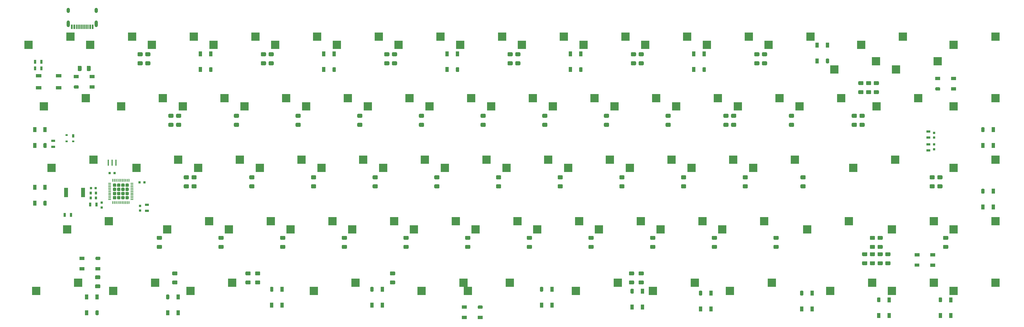
<source format=gbr>
G04 #@! TF.GenerationSoftware,KiCad,Pcbnew,(5.1.12)-1*
G04 #@! TF.CreationDate,2022-12-03T22:14:30+07:00*
G04 #@! TF.ProjectId,averange65 - Copy,61766572-616e-4676-9536-35202d20436f,rev?*
G04 #@! TF.SameCoordinates,Original*
G04 #@! TF.FileFunction,Paste,Bot*
G04 #@! TF.FilePolarity,Positive*
%FSLAX46Y46*%
G04 Gerber Fmt 4.6, Leading zero omitted, Abs format (unit mm)*
G04 Created by KiCad (PCBNEW (5.1.12)-1) date 2022-12-03 22:14:30*
%MOMM*%
%LPD*%
G01*
G04 APERTURE LIST*
%ADD10R,0.600000X1.450000*%
%ADD11R,0.300000X1.450000*%
%ADD12O,1.000000X2.100000*%
%ADD13O,1.000000X1.600000*%
%ADD14R,2.550000X2.500000*%
%ADD15R,1.000000X1.500000*%
%ADD16R,1.500000X1.000000*%
%ADD17R,1.800000X1.100000*%
%ADD18R,0.700000X1.000000*%
%ADD19R,0.700000X0.600000*%
%ADD20R,0.700000X1.300000*%
%ADD21R,1.300000X0.700000*%
%ADD22R,0.800000X0.950000*%
%ADD23R,0.800000X0.750000*%
%ADD24R,0.750000X0.800000*%
%ADD25R,1.190000X3.000000*%
%ADD26R,0.400000X1.900000*%
G04 APERTURE END LIST*
D10*
X22113513Y-39850332D03*
X15663513Y-39850332D03*
X21338513Y-39850332D03*
X16438513Y-39850332D03*
D11*
X17138513Y-39850332D03*
X20638513Y-39850332D03*
X17638513Y-39850332D03*
X20138513Y-39850332D03*
X18138513Y-39850332D03*
X19638513Y-39850332D03*
X19138513Y-39850332D03*
X18638513Y-39850332D03*
D12*
X14568513Y-38935332D03*
X23208513Y-38935332D03*
D13*
X14568513Y-34755332D03*
X23208513Y-34755332D03*
D14*
X181895922Y-80962500D03*
X168968922Y-83502500D03*
G36*
G01*
X23217743Y-127628507D02*
X23717743Y-127628507D01*
G75*
G02*
X23967743Y-127878507I0J-250000D01*
G01*
X23967743Y-128878507D01*
G75*
G02*
X23717743Y-129128507I-250000J0D01*
G01*
X23217743Y-129128507D01*
G75*
G02*
X22967743Y-128878507I0J250000D01*
G01*
X22967743Y-127878507D01*
G75*
G02*
X23217743Y-127628507I250000J0D01*
G01*
G37*
D15*
X20267743Y-128378507D03*
X23467743Y-123478507D03*
X20267743Y-123478507D03*
G36*
G01*
X284191910Y-125121617D02*
X283691910Y-125121617D01*
G75*
G02*
X283441910Y-124871617I0J250000D01*
G01*
X283441910Y-123871617D01*
G75*
G02*
X283691910Y-123621617I250000J0D01*
G01*
X284191910Y-123621617D01*
G75*
G02*
X284441910Y-123871617I0J-250000D01*
G01*
X284441910Y-124871617D01*
G75*
G02*
X284191910Y-125121617I-250000J0D01*
G01*
G37*
X287141910Y-124371617D03*
X283941910Y-129271617D03*
X287141910Y-129271617D03*
D14*
X17589670Y-119063060D03*
X4662670Y-121603060D03*
G36*
G01*
X141066250Y-126892500D02*
X141066250Y-126392500D01*
G75*
G02*
X141316250Y-126142500I250000J0D01*
G01*
X142316250Y-126142500D01*
G75*
G02*
X142566250Y-126392500I0J-250000D01*
G01*
X142566250Y-126892500D01*
G75*
G02*
X142316250Y-127142500I-250000J0D01*
G01*
X141316250Y-127142500D01*
G75*
G02*
X141066250Y-126892500I0J250000D01*
G01*
G37*
D16*
X141816250Y-129842500D03*
X136916250Y-126642500D03*
X136916250Y-129842500D03*
D17*
X11573291Y-58722466D03*
X5373291Y-55022466D03*
X11573291Y-55022466D03*
X5373291Y-58722466D03*
D14*
X41402270Y-119062568D03*
X28475270Y-121602568D03*
X136652670Y-119062500D03*
X123725670Y-121602500D03*
X153320898Y-100012500D03*
X140393898Y-102552500D03*
X191420930Y-100012500D03*
X178493930Y-102552500D03*
X115220866Y-100012500D03*
X102293866Y-102552500D03*
G36*
G01*
X161011691Y-121847525D02*
X160511691Y-121847525D01*
G75*
G02*
X160261691Y-121597525I0J250000D01*
G01*
X160261691Y-120597525D01*
G75*
G02*
X160511691Y-120347525I250000J0D01*
G01*
X161011691Y-120347525D01*
G75*
G02*
X161261691Y-120597525I0J-250000D01*
G01*
X161261691Y-121597525D01*
G75*
G02*
X161011691Y-121847525I-250000J0D01*
G01*
G37*
D15*
X163961691Y-121097525D03*
X160761691Y-125997525D03*
X163961691Y-125997525D03*
G36*
G01*
X241379750Y-123038018D02*
X240879750Y-123038018D01*
G75*
G02*
X240629750Y-122788018I0J250000D01*
G01*
X240629750Y-121788018D01*
G75*
G02*
X240879750Y-121538018I250000J0D01*
G01*
X241379750Y-121538018D01*
G75*
G02*
X241629750Y-121788018I0J-250000D01*
G01*
X241629750Y-122788018D01*
G75*
G02*
X241379750Y-123038018I-250000J0D01*
G01*
G37*
X244329750Y-122288018D03*
X241129750Y-127188018D03*
X244329750Y-127188018D03*
D14*
X255714734Y-100012500D03*
X242787734Y-102552500D03*
G36*
G01*
X267172538Y-112441110D02*
X268292538Y-112441110D01*
G75*
G02*
X268532538Y-112681110I0J-240000D01*
G01*
X268532538Y-113401110D01*
G75*
G02*
X268292538Y-113641110I-240000J0D01*
G01*
X267172538Y-113641110D01*
G75*
G02*
X266932538Y-113401110I0J240000D01*
G01*
X266932538Y-112681110D01*
G75*
G02*
X267172538Y-112441110I240000J0D01*
G01*
G37*
G36*
G01*
X267172538Y-109641110D02*
X268292538Y-109641110D01*
G75*
G02*
X268532538Y-109881110I0J-240000D01*
G01*
X268532538Y-110601110D01*
G75*
G02*
X268292538Y-110841110I-240000J0D01*
G01*
X267172538Y-110841110D01*
G75*
G02*
X266932538Y-110601110I0J240000D01*
G01*
X266932538Y-109881110D01*
G75*
G02*
X267172538Y-109641110I240000J0D01*
G01*
G37*
G36*
G01*
X264791282Y-112441110D02*
X265911282Y-112441110D01*
G75*
G02*
X266151282Y-112681110I0J-240000D01*
G01*
X266151282Y-113401110D01*
G75*
G02*
X265911282Y-113641110I-240000J0D01*
G01*
X264791282Y-113641110D01*
G75*
G02*
X264551282Y-113401110I0J240000D01*
G01*
X264551282Y-112681110D01*
G75*
G02*
X264791282Y-112441110I240000J0D01*
G01*
G37*
G36*
G01*
X264791282Y-109641110D02*
X265911282Y-109641110D01*
G75*
G02*
X266151282Y-109881110I0J-240000D01*
G01*
X266151282Y-110601110D01*
G75*
G02*
X265911282Y-110841110I-240000J0D01*
G01*
X264791282Y-110841110D01*
G75*
G02*
X264551282Y-110601110I0J240000D01*
G01*
X264551282Y-109881110D01*
G75*
G02*
X264791282Y-109641110I240000J0D01*
G01*
G37*
G36*
G01*
X262410026Y-112441110D02*
X263530026Y-112441110D01*
G75*
G02*
X263770026Y-112681110I0J-240000D01*
G01*
X263770026Y-113401110D01*
G75*
G02*
X263530026Y-113641110I-240000J0D01*
G01*
X262410026Y-113641110D01*
G75*
G02*
X262170026Y-113401110I0J240000D01*
G01*
X262170026Y-112681110D01*
G75*
G02*
X262410026Y-112441110I240000J0D01*
G01*
G37*
G36*
G01*
X262410026Y-109641110D02*
X263530026Y-109641110D01*
G75*
G02*
X263770026Y-109881110I0J-240000D01*
G01*
X263770026Y-110601110D01*
G75*
G02*
X263530026Y-110841110I-240000J0D01*
G01*
X262410026Y-110841110D01*
G75*
G02*
X262170026Y-110601110I0J240000D01*
G01*
X262170026Y-109881110D01*
G75*
G02*
X262410026Y-109641110I240000J0D01*
G01*
G37*
G36*
G01*
X260028770Y-112441110D02*
X261148770Y-112441110D01*
G75*
G02*
X261388770Y-112681110I0J-240000D01*
G01*
X261388770Y-113401110D01*
G75*
G02*
X261148770Y-113641110I-240000J0D01*
G01*
X260028770Y-113641110D01*
G75*
G02*
X259788770Y-113401110I0J240000D01*
G01*
X259788770Y-112681110D01*
G75*
G02*
X260028770Y-112441110I240000J0D01*
G01*
G37*
G36*
G01*
X260028770Y-109641110D02*
X261148770Y-109641110D01*
G75*
G02*
X261388770Y-109881110I0J-240000D01*
G01*
X261388770Y-110601110D01*
G75*
G02*
X261148770Y-110841110I-240000J0D01*
G01*
X260028770Y-110841110D01*
G75*
G02*
X259788770Y-110601110I0J240000D01*
G01*
X259788770Y-109881110D01*
G75*
G02*
X260028770Y-109641110I240000J0D01*
G01*
G37*
G36*
G01*
X190972660Y-118394375D02*
X192092660Y-118394375D01*
G75*
G02*
X192332660Y-118634375I0J-240000D01*
G01*
X192332660Y-119354375D01*
G75*
G02*
X192092660Y-119594375I-240000J0D01*
G01*
X190972660Y-119594375D01*
G75*
G02*
X190732660Y-119354375I0J240000D01*
G01*
X190732660Y-118634375D01*
G75*
G02*
X190972660Y-118394375I240000J0D01*
G01*
G37*
G36*
G01*
X190972660Y-115594375D02*
X192092660Y-115594375D01*
G75*
G02*
X192332660Y-115834375I0J-240000D01*
G01*
X192332660Y-116554375D01*
G75*
G02*
X192092660Y-116794375I-240000J0D01*
G01*
X190972660Y-116794375D01*
G75*
G02*
X190732660Y-116554375I0J240000D01*
G01*
X190732660Y-115834375D01*
G75*
G02*
X190972660Y-115594375I240000J0D01*
G01*
G37*
G36*
G01*
X187996085Y-118394375D02*
X189116085Y-118394375D01*
G75*
G02*
X189356085Y-118634375I0J-240000D01*
G01*
X189356085Y-119354375D01*
G75*
G02*
X189116085Y-119594375I-240000J0D01*
G01*
X187996085Y-119594375D01*
G75*
G02*
X187756085Y-119354375I0J240000D01*
G01*
X187756085Y-118634375D01*
G75*
G02*
X187996085Y-118394375I240000J0D01*
G01*
G37*
G36*
G01*
X187996085Y-115594375D02*
X189116085Y-115594375D01*
G75*
G02*
X189356085Y-115834375I0J-240000D01*
G01*
X189356085Y-116554375D01*
G75*
G02*
X189116085Y-116794375I-240000J0D01*
G01*
X187996085Y-116794375D01*
G75*
G02*
X187756085Y-116554375I0J240000D01*
G01*
X187756085Y-115834375D01*
G75*
G02*
X187996085Y-115594375I240000J0D01*
G01*
G37*
G36*
G01*
X114176655Y-118394125D02*
X115296655Y-118394125D01*
G75*
G02*
X115536655Y-118634125I0J-240000D01*
G01*
X115536655Y-119354125D01*
G75*
G02*
X115296655Y-119594125I-240000J0D01*
G01*
X114176655Y-119594125D01*
G75*
G02*
X113936655Y-119354125I0J240000D01*
G01*
X113936655Y-118634125D01*
G75*
G02*
X114176655Y-118394125I240000J0D01*
G01*
G37*
G36*
G01*
X114176655Y-115594125D02*
X115296655Y-115594125D01*
G75*
G02*
X115536655Y-115834125I0J-240000D01*
G01*
X115536655Y-116554125D01*
G75*
G02*
X115296655Y-116794125I-240000J0D01*
G01*
X114176655Y-116794125D01*
G75*
G02*
X113936655Y-116554125I0J240000D01*
G01*
X113936655Y-115834125D01*
G75*
G02*
X114176655Y-115594125I240000J0D01*
G01*
G37*
G36*
G01*
X72504745Y-118394125D02*
X73624745Y-118394125D01*
G75*
G02*
X73864745Y-118634125I0J-240000D01*
G01*
X73864745Y-119354125D01*
G75*
G02*
X73624745Y-119594125I-240000J0D01*
G01*
X72504745Y-119594125D01*
G75*
G02*
X72264745Y-119354125I0J240000D01*
G01*
X72264745Y-118634125D01*
G75*
G02*
X72504745Y-118394125I240000J0D01*
G01*
G37*
G36*
G01*
X72504745Y-115594125D02*
X73624745Y-115594125D01*
G75*
G02*
X73864745Y-115834125I0J-240000D01*
G01*
X73864745Y-116554125D01*
G75*
G02*
X73624745Y-116794125I-240000J0D01*
G01*
X72504745Y-116794125D01*
G75*
G02*
X72264745Y-116554125I0J240000D01*
G01*
X72264745Y-115834125D01*
G75*
G02*
X72504745Y-115594125I240000J0D01*
G01*
G37*
G36*
G01*
X69528125Y-118394125D02*
X70648125Y-118394125D01*
G75*
G02*
X70888125Y-118634125I0J-240000D01*
G01*
X70888125Y-119354125D01*
G75*
G02*
X70648125Y-119594125I-240000J0D01*
G01*
X69528125Y-119594125D01*
G75*
G02*
X69288125Y-119354125I0J240000D01*
G01*
X69288125Y-118634125D01*
G75*
G02*
X69528125Y-118394125I240000J0D01*
G01*
G37*
G36*
G01*
X69528125Y-115594125D02*
X70648125Y-115594125D01*
G75*
G02*
X70888125Y-115834125I0J-240000D01*
G01*
X70888125Y-116554125D01*
G75*
G02*
X70648125Y-116794125I-240000J0D01*
G01*
X69528125Y-116794125D01*
G75*
G02*
X69288125Y-116554125I0J240000D01*
G01*
X69288125Y-115834125D01*
G75*
G02*
X69528125Y-115594125I240000J0D01*
G01*
G37*
G36*
G01*
X46906286Y-118394125D02*
X48026286Y-118394125D01*
G75*
G02*
X48266286Y-118634125I0J-240000D01*
G01*
X48266286Y-119354125D01*
G75*
G02*
X48026286Y-119594125I-240000J0D01*
G01*
X46906286Y-119594125D01*
G75*
G02*
X46666286Y-119354125I0J240000D01*
G01*
X46666286Y-118634125D01*
G75*
G02*
X46906286Y-118394125I240000J0D01*
G01*
G37*
G36*
G01*
X46906286Y-115594125D02*
X48026286Y-115594125D01*
G75*
G02*
X48266286Y-115834125I0J-240000D01*
G01*
X48266286Y-116554125D01*
G75*
G02*
X48026286Y-116794125I-240000J0D01*
G01*
X46906286Y-116794125D01*
G75*
G02*
X46666286Y-116554125I0J240000D01*
G01*
X46666286Y-115834125D01*
G75*
G02*
X46906286Y-115594125I240000J0D01*
G01*
G37*
G36*
G01*
X23093798Y-119584878D02*
X24213798Y-119584878D01*
G75*
G02*
X24453798Y-119824878I0J-240000D01*
G01*
X24453798Y-120544878D01*
G75*
G02*
X24213798Y-120784878I-240000J0D01*
G01*
X23093798Y-120784878D01*
G75*
G02*
X22853798Y-120544878I0J240000D01*
G01*
X22853798Y-119824878D01*
G75*
G02*
X23093798Y-119584878I240000J0D01*
G01*
G37*
G36*
G01*
X23093798Y-116784878D02*
X24213798Y-116784878D01*
G75*
G02*
X24453798Y-117024878I0J-240000D01*
G01*
X24453798Y-117744878D01*
G75*
G02*
X24213798Y-117984878I-240000J0D01*
G01*
X23093798Y-117984878D01*
G75*
G02*
X22853798Y-117744878I0J240000D01*
G01*
X22853798Y-117024878D01*
G75*
G02*
X23093798Y-116784878I240000J0D01*
G01*
G37*
G36*
G01*
X286151958Y-105780941D02*
X285031958Y-105780941D01*
G75*
G02*
X284791958Y-105540941I0J240000D01*
G01*
X284791958Y-104820941D01*
G75*
G02*
X285031958Y-104580941I240000J0D01*
G01*
X286151958Y-104580941D01*
G75*
G02*
X286391958Y-104820941I0J-240000D01*
G01*
X286391958Y-105540941D01*
G75*
G02*
X286151958Y-105780941I-240000J0D01*
G01*
G37*
G36*
G01*
X286151958Y-108580941D02*
X285031958Y-108580941D01*
G75*
G02*
X284791958Y-108340941I0J240000D01*
G01*
X284791958Y-107620941D01*
G75*
G02*
X285031958Y-107380941I240000J0D01*
G01*
X286151958Y-107380941D01*
G75*
G02*
X286391958Y-107620941I0J-240000D01*
G01*
X286391958Y-108340941D01*
G75*
G02*
X286151958Y-108580941I-240000J0D01*
G01*
G37*
G36*
G01*
X265911282Y-105780941D02*
X264791282Y-105780941D01*
G75*
G02*
X264551282Y-105540941I0J240000D01*
G01*
X264551282Y-104820941D01*
G75*
G02*
X264791282Y-104580941I240000J0D01*
G01*
X265911282Y-104580941D01*
G75*
G02*
X266151282Y-104820941I0J-240000D01*
G01*
X266151282Y-105540941D01*
G75*
G02*
X265911282Y-105780941I-240000J0D01*
G01*
G37*
G36*
G01*
X265911282Y-108580941D02*
X264791282Y-108580941D01*
G75*
G02*
X264551282Y-108340941I0J240000D01*
G01*
X264551282Y-107620941D01*
G75*
G02*
X264791282Y-107380941I240000J0D01*
G01*
X265911282Y-107380941D01*
G75*
G02*
X266151282Y-107620941I0J-240000D01*
G01*
X266151282Y-108340941D01*
G75*
G02*
X265911282Y-108580941I-240000J0D01*
G01*
G37*
G36*
G01*
X263530026Y-105780941D02*
X262410026Y-105780941D01*
G75*
G02*
X262170026Y-105540941I0J240000D01*
G01*
X262170026Y-104820941D01*
G75*
G02*
X262410026Y-104580941I240000J0D01*
G01*
X263530026Y-104580941D01*
G75*
G02*
X263770026Y-104820941I0J-240000D01*
G01*
X263770026Y-105540941D01*
G75*
G02*
X263530026Y-105780941I-240000J0D01*
G01*
G37*
G36*
G01*
X263530026Y-108580941D02*
X262410026Y-108580941D01*
G75*
G02*
X262170026Y-108340941I0J240000D01*
G01*
X262170026Y-107620941D01*
G75*
G02*
X262410026Y-107380941I240000J0D01*
G01*
X263530026Y-107380941D01*
G75*
G02*
X263770026Y-107620941I0J-240000D01*
G01*
X263770026Y-108340941D01*
G75*
G02*
X263530026Y-108580941I-240000J0D01*
G01*
G37*
G36*
G01*
X233764850Y-105781265D02*
X232644850Y-105781265D01*
G75*
G02*
X232404850Y-105541265I0J240000D01*
G01*
X232404850Y-104821265D01*
G75*
G02*
X232644850Y-104581265I240000J0D01*
G01*
X233764850Y-104581265D01*
G75*
G02*
X234004850Y-104821265I0J-240000D01*
G01*
X234004850Y-105541265D01*
G75*
G02*
X233764850Y-105781265I-240000J0D01*
G01*
G37*
G36*
G01*
X233764850Y-108581265D02*
X232644850Y-108581265D01*
G75*
G02*
X232404850Y-108341265I0J240000D01*
G01*
X232404850Y-107621265D01*
G75*
G02*
X232644850Y-107381265I240000J0D01*
G01*
X233764850Y-107381265D01*
G75*
G02*
X234004850Y-107621265I0J-240000D01*
G01*
X234004850Y-108341265D01*
G75*
G02*
X233764850Y-108581265I-240000J0D01*
G01*
G37*
G36*
G01*
X214714770Y-105781265D02*
X213594770Y-105781265D01*
G75*
G02*
X213354770Y-105541265I0J240000D01*
G01*
X213354770Y-104821265D01*
G75*
G02*
X213594770Y-104581265I240000J0D01*
G01*
X214714770Y-104581265D01*
G75*
G02*
X214954770Y-104821265I0J-240000D01*
G01*
X214954770Y-105541265D01*
G75*
G02*
X214714770Y-105781265I-240000J0D01*
G01*
G37*
G36*
G01*
X214714770Y-108581265D02*
X213594770Y-108581265D01*
G75*
G02*
X213354770Y-108341265I0J240000D01*
G01*
X213354770Y-107621265D01*
G75*
G02*
X213594770Y-107381265I240000J0D01*
G01*
X214714770Y-107381265D01*
G75*
G02*
X214954770Y-107621265I0J-240000D01*
G01*
X214954770Y-108341265D01*
G75*
G02*
X214714770Y-108581265I-240000J0D01*
G01*
G37*
G36*
G01*
X195664690Y-105781265D02*
X194544690Y-105781265D01*
G75*
G02*
X194304690Y-105541265I0J240000D01*
G01*
X194304690Y-104821265D01*
G75*
G02*
X194544690Y-104581265I240000J0D01*
G01*
X195664690Y-104581265D01*
G75*
G02*
X195904690Y-104821265I0J-240000D01*
G01*
X195904690Y-105541265D01*
G75*
G02*
X195664690Y-105781265I-240000J0D01*
G01*
G37*
G36*
G01*
X195664690Y-108581265D02*
X194544690Y-108581265D01*
G75*
G02*
X194304690Y-108341265I0J240000D01*
G01*
X194304690Y-107621265D01*
G75*
G02*
X194544690Y-107381265I240000J0D01*
G01*
X195664690Y-107381265D01*
G75*
G02*
X195904690Y-107621265I0J-240000D01*
G01*
X195904690Y-108341265D01*
G75*
G02*
X195664690Y-108581265I-240000J0D01*
G01*
G37*
G36*
G01*
X176614610Y-105781265D02*
X175494610Y-105781265D01*
G75*
G02*
X175254610Y-105541265I0J240000D01*
G01*
X175254610Y-104821265D01*
G75*
G02*
X175494610Y-104581265I240000J0D01*
G01*
X176614610Y-104581265D01*
G75*
G02*
X176854610Y-104821265I0J-240000D01*
G01*
X176854610Y-105541265D01*
G75*
G02*
X176614610Y-105781265I-240000J0D01*
G01*
G37*
G36*
G01*
X176614610Y-108581265D02*
X175494610Y-108581265D01*
G75*
G02*
X175254610Y-108341265I0J240000D01*
G01*
X175254610Y-107621265D01*
G75*
G02*
X175494610Y-107381265I240000J0D01*
G01*
X176614610Y-107381265D01*
G75*
G02*
X176854610Y-107621265I0J-240000D01*
G01*
X176854610Y-108341265D01*
G75*
G02*
X176614610Y-108581265I-240000J0D01*
G01*
G37*
G36*
G01*
X157564530Y-105781265D02*
X156444530Y-105781265D01*
G75*
G02*
X156204530Y-105541265I0J240000D01*
G01*
X156204530Y-104821265D01*
G75*
G02*
X156444530Y-104581265I240000J0D01*
G01*
X157564530Y-104581265D01*
G75*
G02*
X157804530Y-104821265I0J-240000D01*
G01*
X157804530Y-105541265D01*
G75*
G02*
X157564530Y-105781265I-240000J0D01*
G01*
G37*
G36*
G01*
X157564530Y-108581265D02*
X156444530Y-108581265D01*
G75*
G02*
X156204530Y-108341265I0J240000D01*
G01*
X156204530Y-107621265D01*
G75*
G02*
X156444530Y-107381265I240000J0D01*
G01*
X157564530Y-107381265D01*
G75*
G02*
X157804530Y-107621265I0J-240000D01*
G01*
X157804530Y-108341265D01*
G75*
G02*
X157564530Y-108581265I-240000J0D01*
G01*
G37*
G36*
G01*
X138514450Y-105781265D02*
X137394450Y-105781265D01*
G75*
G02*
X137154450Y-105541265I0J240000D01*
G01*
X137154450Y-104821265D01*
G75*
G02*
X137394450Y-104581265I240000J0D01*
G01*
X138514450Y-104581265D01*
G75*
G02*
X138754450Y-104821265I0J-240000D01*
G01*
X138754450Y-105541265D01*
G75*
G02*
X138514450Y-105781265I-240000J0D01*
G01*
G37*
G36*
G01*
X138514450Y-108581265D02*
X137394450Y-108581265D01*
G75*
G02*
X137154450Y-108341265I0J240000D01*
G01*
X137154450Y-107621265D01*
G75*
G02*
X137394450Y-107381265I240000J0D01*
G01*
X138514450Y-107381265D01*
G75*
G02*
X138754450Y-107621265I0J-240000D01*
G01*
X138754450Y-108341265D01*
G75*
G02*
X138514450Y-108581265I-240000J0D01*
G01*
G37*
G36*
G01*
X119464370Y-105781265D02*
X118344370Y-105781265D01*
G75*
G02*
X118104370Y-105541265I0J240000D01*
G01*
X118104370Y-104821265D01*
G75*
G02*
X118344370Y-104581265I240000J0D01*
G01*
X119464370Y-104581265D01*
G75*
G02*
X119704370Y-104821265I0J-240000D01*
G01*
X119704370Y-105541265D01*
G75*
G02*
X119464370Y-105781265I-240000J0D01*
G01*
G37*
G36*
G01*
X119464370Y-108581265D02*
X118344370Y-108581265D01*
G75*
G02*
X118104370Y-108341265I0J240000D01*
G01*
X118104370Y-107621265D01*
G75*
G02*
X118344370Y-107381265I240000J0D01*
G01*
X119464370Y-107381265D01*
G75*
G02*
X119704370Y-107621265I0J-240000D01*
G01*
X119704370Y-108341265D01*
G75*
G02*
X119464370Y-108581265I-240000J0D01*
G01*
G37*
G36*
G01*
X100414290Y-105781265D02*
X99294290Y-105781265D01*
G75*
G02*
X99054290Y-105541265I0J240000D01*
G01*
X99054290Y-104821265D01*
G75*
G02*
X99294290Y-104581265I240000J0D01*
G01*
X100414290Y-104581265D01*
G75*
G02*
X100654290Y-104821265I0J-240000D01*
G01*
X100654290Y-105541265D01*
G75*
G02*
X100414290Y-105781265I-240000J0D01*
G01*
G37*
G36*
G01*
X100414290Y-108581265D02*
X99294290Y-108581265D01*
G75*
G02*
X99054290Y-108341265I0J240000D01*
G01*
X99054290Y-107621265D01*
G75*
G02*
X99294290Y-107381265I240000J0D01*
G01*
X100414290Y-107381265D01*
G75*
G02*
X100654290Y-107621265I0J-240000D01*
G01*
X100654290Y-108341265D01*
G75*
G02*
X100414290Y-108581265I-240000J0D01*
G01*
G37*
G36*
G01*
X81364210Y-105781265D02*
X80244210Y-105781265D01*
G75*
G02*
X80004210Y-105541265I0J240000D01*
G01*
X80004210Y-104821265D01*
G75*
G02*
X80244210Y-104581265I240000J0D01*
G01*
X81364210Y-104581265D01*
G75*
G02*
X81604210Y-104821265I0J-240000D01*
G01*
X81604210Y-105541265D01*
G75*
G02*
X81364210Y-105781265I-240000J0D01*
G01*
G37*
G36*
G01*
X81364210Y-108581265D02*
X80244210Y-108581265D01*
G75*
G02*
X80004210Y-108341265I0J240000D01*
G01*
X80004210Y-107621265D01*
G75*
G02*
X80244210Y-107381265I240000J0D01*
G01*
X81364210Y-107381265D01*
G75*
G02*
X81604210Y-107621265I0J-240000D01*
G01*
X81604210Y-108341265D01*
G75*
G02*
X81364210Y-108581265I-240000J0D01*
G01*
G37*
G36*
G01*
X62314130Y-105781265D02*
X61194130Y-105781265D01*
G75*
G02*
X60954130Y-105541265I0J240000D01*
G01*
X60954130Y-104821265D01*
G75*
G02*
X61194130Y-104581265I240000J0D01*
G01*
X62314130Y-104581265D01*
G75*
G02*
X62554130Y-104821265I0J-240000D01*
G01*
X62554130Y-105541265D01*
G75*
G02*
X62314130Y-105781265I-240000J0D01*
G01*
G37*
G36*
G01*
X62314130Y-108581265D02*
X61194130Y-108581265D01*
G75*
G02*
X60954130Y-108341265I0J240000D01*
G01*
X60954130Y-107621265D01*
G75*
G02*
X61194130Y-107381265I240000J0D01*
G01*
X62314130Y-107381265D01*
G75*
G02*
X62554130Y-107621265I0J-240000D01*
G01*
X62554130Y-108341265D01*
G75*
G02*
X62314130Y-108581265I-240000J0D01*
G01*
G37*
G36*
G01*
X284366016Y-87028550D02*
X283246016Y-87028550D01*
G75*
G02*
X283006016Y-86788550I0J240000D01*
G01*
X283006016Y-86068550D01*
G75*
G02*
X283246016Y-85828550I240000J0D01*
G01*
X284366016Y-85828550D01*
G75*
G02*
X284606016Y-86068550I0J-240000D01*
G01*
X284606016Y-86788550D01*
G75*
G02*
X284366016Y-87028550I-240000J0D01*
G01*
G37*
G36*
G01*
X284366016Y-89828550D02*
X283246016Y-89828550D01*
G75*
G02*
X283006016Y-89588550I0J240000D01*
G01*
X283006016Y-88868550D01*
G75*
G02*
X283246016Y-88628550I240000J0D01*
G01*
X284366016Y-88628550D01*
G75*
G02*
X284606016Y-88868550I0J-240000D01*
G01*
X284606016Y-89588550D01*
G75*
G02*
X284366016Y-89828550I-240000J0D01*
G01*
G37*
G36*
G01*
X43263846Y-105780941D02*
X42143846Y-105780941D01*
G75*
G02*
X41903846Y-105540941I0J240000D01*
G01*
X41903846Y-104820941D01*
G75*
G02*
X42143846Y-104580941I240000J0D01*
G01*
X43263846Y-104580941D01*
G75*
G02*
X43503846Y-104820941I0J-240000D01*
G01*
X43503846Y-105540941D01*
G75*
G02*
X43263846Y-105780941I-240000J0D01*
G01*
G37*
G36*
G01*
X43263846Y-108580941D02*
X42143846Y-108580941D01*
G75*
G02*
X41903846Y-108340941I0J240000D01*
G01*
X41903846Y-107620941D01*
G75*
G02*
X42143846Y-107380941I240000J0D01*
G01*
X43263846Y-107380941D01*
G75*
G02*
X43503846Y-107620941I0J-240000D01*
G01*
X43503846Y-108340941D01*
G75*
G02*
X43263846Y-108580941I-240000J0D01*
G01*
G37*
G36*
G01*
X281984760Y-87028550D02*
X280864760Y-87028550D01*
G75*
G02*
X280624760Y-86788550I0J240000D01*
G01*
X280624760Y-86068550D01*
G75*
G02*
X280864760Y-85828550I240000J0D01*
G01*
X281984760Y-85828550D01*
G75*
G02*
X282224760Y-86068550I0J-240000D01*
G01*
X282224760Y-86788550D01*
G75*
G02*
X281984760Y-87028550I-240000J0D01*
G01*
G37*
G36*
G01*
X281984760Y-89828550D02*
X280864760Y-89828550D01*
G75*
G02*
X280624760Y-89588550I0J240000D01*
G01*
X280624760Y-88868550D01*
G75*
G02*
X280864760Y-88628550I240000J0D01*
G01*
X281984760Y-88628550D01*
G75*
G02*
X282224760Y-88868550I0J-240000D01*
G01*
X282224760Y-89588550D01*
G75*
G02*
X281984760Y-89828550I-240000J0D01*
G01*
G37*
G36*
G01*
X242099260Y-87028842D02*
X240979260Y-87028842D01*
G75*
G02*
X240739260Y-86788842I0J240000D01*
G01*
X240739260Y-86068842D01*
G75*
G02*
X240979260Y-85828842I240000J0D01*
G01*
X242099260Y-85828842D01*
G75*
G02*
X242339260Y-86068842I0J-240000D01*
G01*
X242339260Y-86788842D01*
G75*
G02*
X242099260Y-87028842I-240000J0D01*
G01*
G37*
G36*
G01*
X242099260Y-89828842D02*
X240979260Y-89828842D01*
G75*
G02*
X240739260Y-89588842I0J240000D01*
G01*
X240739260Y-88868842D01*
G75*
G02*
X240979260Y-88628842I240000J0D01*
G01*
X242099260Y-88628842D01*
G75*
G02*
X242339260Y-88868842I0J-240000D01*
G01*
X242339260Y-89588842D01*
G75*
G02*
X242099260Y-89828842I-240000J0D01*
G01*
G37*
G36*
G01*
X224239810Y-87028842D02*
X223119810Y-87028842D01*
G75*
G02*
X222879810Y-86788842I0J240000D01*
G01*
X222879810Y-86068842D01*
G75*
G02*
X223119810Y-85828842I240000J0D01*
G01*
X224239810Y-85828842D01*
G75*
G02*
X224479810Y-86068842I0J-240000D01*
G01*
X224479810Y-86788842D01*
G75*
G02*
X224239810Y-87028842I-240000J0D01*
G01*
G37*
G36*
G01*
X224239810Y-89828842D02*
X223119810Y-89828842D01*
G75*
G02*
X222879810Y-89588842I0J240000D01*
G01*
X222879810Y-88868842D01*
G75*
G02*
X223119810Y-88628842I240000J0D01*
G01*
X224239810Y-88628842D01*
G75*
G02*
X224479810Y-88868842I0J-240000D01*
G01*
X224479810Y-89588842D01*
G75*
G02*
X224239810Y-89828842I-240000J0D01*
G01*
G37*
G36*
G01*
X205189730Y-87028842D02*
X204069730Y-87028842D01*
G75*
G02*
X203829730Y-86788842I0J240000D01*
G01*
X203829730Y-86068842D01*
G75*
G02*
X204069730Y-85828842I240000J0D01*
G01*
X205189730Y-85828842D01*
G75*
G02*
X205429730Y-86068842I0J-240000D01*
G01*
X205429730Y-86788842D01*
G75*
G02*
X205189730Y-87028842I-240000J0D01*
G01*
G37*
G36*
G01*
X205189730Y-89828842D02*
X204069730Y-89828842D01*
G75*
G02*
X203829730Y-89588842I0J240000D01*
G01*
X203829730Y-88868842D01*
G75*
G02*
X204069730Y-88628842I240000J0D01*
G01*
X205189730Y-88628842D01*
G75*
G02*
X205429730Y-88868842I0J-240000D01*
G01*
X205429730Y-89588842D01*
G75*
G02*
X205189730Y-89828842I-240000J0D01*
G01*
G37*
G36*
G01*
X186139650Y-87028842D02*
X185019650Y-87028842D01*
G75*
G02*
X184779650Y-86788842I0J240000D01*
G01*
X184779650Y-86068842D01*
G75*
G02*
X185019650Y-85828842I240000J0D01*
G01*
X186139650Y-85828842D01*
G75*
G02*
X186379650Y-86068842I0J-240000D01*
G01*
X186379650Y-86788842D01*
G75*
G02*
X186139650Y-87028842I-240000J0D01*
G01*
G37*
G36*
G01*
X186139650Y-89828842D02*
X185019650Y-89828842D01*
G75*
G02*
X184779650Y-89588842I0J240000D01*
G01*
X184779650Y-88868842D01*
G75*
G02*
X185019650Y-88628842I240000J0D01*
G01*
X186139650Y-88628842D01*
G75*
G02*
X186379650Y-88868842I0J-240000D01*
G01*
X186379650Y-89588842D01*
G75*
G02*
X186139650Y-89828842I-240000J0D01*
G01*
G37*
G36*
G01*
X167089570Y-87028842D02*
X165969570Y-87028842D01*
G75*
G02*
X165729570Y-86788842I0J240000D01*
G01*
X165729570Y-86068842D01*
G75*
G02*
X165969570Y-85828842I240000J0D01*
G01*
X167089570Y-85828842D01*
G75*
G02*
X167329570Y-86068842I0J-240000D01*
G01*
X167329570Y-86788842D01*
G75*
G02*
X167089570Y-87028842I-240000J0D01*
G01*
G37*
G36*
G01*
X167089570Y-89828842D02*
X165969570Y-89828842D01*
G75*
G02*
X165729570Y-89588842I0J240000D01*
G01*
X165729570Y-88868842D01*
G75*
G02*
X165969570Y-88628842I240000J0D01*
G01*
X167089570Y-88628842D01*
G75*
G02*
X167329570Y-88868842I0J-240000D01*
G01*
X167329570Y-89588842D01*
G75*
G02*
X167089570Y-89828842I-240000J0D01*
G01*
G37*
G36*
G01*
X148039490Y-87028842D02*
X146919490Y-87028842D01*
G75*
G02*
X146679490Y-86788842I0J240000D01*
G01*
X146679490Y-86068842D01*
G75*
G02*
X146919490Y-85828842I240000J0D01*
G01*
X148039490Y-85828842D01*
G75*
G02*
X148279490Y-86068842I0J-240000D01*
G01*
X148279490Y-86788842D01*
G75*
G02*
X148039490Y-87028842I-240000J0D01*
G01*
G37*
G36*
G01*
X148039490Y-89828842D02*
X146919490Y-89828842D01*
G75*
G02*
X146679490Y-89588842I0J240000D01*
G01*
X146679490Y-88868842D01*
G75*
G02*
X146919490Y-88628842I240000J0D01*
G01*
X148039490Y-88628842D01*
G75*
G02*
X148279490Y-88868842I0J-240000D01*
G01*
X148279490Y-89588842D01*
G75*
G02*
X148039490Y-89828842I-240000J0D01*
G01*
G37*
G36*
G01*
X128988750Y-87028442D02*
X127868750Y-87028442D01*
G75*
G02*
X127628750Y-86788442I0J240000D01*
G01*
X127628750Y-86068442D01*
G75*
G02*
X127868750Y-85828442I240000J0D01*
G01*
X128988750Y-85828442D01*
G75*
G02*
X129228750Y-86068442I0J-240000D01*
G01*
X129228750Y-86788442D01*
G75*
G02*
X128988750Y-87028442I-240000J0D01*
G01*
G37*
G36*
G01*
X128988750Y-89828442D02*
X127868750Y-89828442D01*
G75*
G02*
X127628750Y-89588442I0J240000D01*
G01*
X127628750Y-88868442D01*
G75*
G02*
X127868750Y-88628442I240000J0D01*
G01*
X128988750Y-88628442D01*
G75*
G02*
X129228750Y-88868442I0J-240000D01*
G01*
X129228750Y-89588442D01*
G75*
G02*
X128988750Y-89828442I-240000J0D01*
G01*
G37*
G36*
G01*
X109938750Y-87028442D02*
X108818750Y-87028442D01*
G75*
G02*
X108578750Y-86788442I0J240000D01*
G01*
X108578750Y-86068442D01*
G75*
G02*
X108818750Y-85828442I240000J0D01*
G01*
X109938750Y-85828442D01*
G75*
G02*
X110178750Y-86068442I0J-240000D01*
G01*
X110178750Y-86788442D01*
G75*
G02*
X109938750Y-87028442I-240000J0D01*
G01*
G37*
G36*
G01*
X109938750Y-89828442D02*
X108818750Y-89828442D01*
G75*
G02*
X108578750Y-89588442I0J240000D01*
G01*
X108578750Y-88868442D01*
G75*
G02*
X108818750Y-88628442I240000J0D01*
G01*
X109938750Y-88628442D01*
G75*
G02*
X110178750Y-88868442I0J-240000D01*
G01*
X110178750Y-89588442D01*
G75*
G02*
X109938750Y-89828442I-240000J0D01*
G01*
G37*
G36*
G01*
X90889250Y-87028842D02*
X89769250Y-87028842D01*
G75*
G02*
X89529250Y-86788842I0J240000D01*
G01*
X89529250Y-86068842D01*
G75*
G02*
X89769250Y-85828842I240000J0D01*
G01*
X90889250Y-85828842D01*
G75*
G02*
X91129250Y-86068842I0J-240000D01*
G01*
X91129250Y-86788842D01*
G75*
G02*
X90889250Y-87028842I-240000J0D01*
G01*
G37*
G36*
G01*
X90889250Y-89828842D02*
X89769250Y-89828842D01*
G75*
G02*
X89529250Y-89588842I0J240000D01*
G01*
X89529250Y-88868842D01*
G75*
G02*
X89769250Y-88628842I240000J0D01*
G01*
X90889250Y-88628842D01*
G75*
G02*
X91129250Y-88868842I0J-240000D01*
G01*
X91129250Y-89588842D01*
G75*
G02*
X90889250Y-89828842I-240000J0D01*
G01*
G37*
G36*
G01*
X71839170Y-87028842D02*
X70719170Y-87028842D01*
G75*
G02*
X70479170Y-86788842I0J240000D01*
G01*
X70479170Y-86068842D01*
G75*
G02*
X70719170Y-85828842I240000J0D01*
G01*
X71839170Y-85828842D01*
G75*
G02*
X72079170Y-86068842I0J-240000D01*
G01*
X72079170Y-86788842D01*
G75*
G02*
X71839170Y-87028842I-240000J0D01*
G01*
G37*
G36*
G01*
X71839170Y-89828842D02*
X70719170Y-89828842D01*
G75*
G02*
X70479170Y-89588842I0J240000D01*
G01*
X70479170Y-88868842D01*
G75*
G02*
X70719170Y-88628842I240000J0D01*
G01*
X71839170Y-88628842D01*
G75*
G02*
X72079170Y-88868842I0J-240000D01*
G01*
X72079170Y-89588842D01*
G75*
G02*
X71839170Y-89828842I-240000J0D01*
G01*
G37*
G36*
G01*
X51598125Y-87028442D02*
X50478125Y-87028442D01*
G75*
G02*
X50238125Y-86788442I0J240000D01*
G01*
X50238125Y-86068442D01*
G75*
G02*
X50478125Y-85828442I240000J0D01*
G01*
X51598125Y-85828442D01*
G75*
G02*
X51838125Y-86068442I0J-240000D01*
G01*
X51838125Y-86788442D01*
G75*
G02*
X51598125Y-87028442I-240000J0D01*
G01*
G37*
G36*
G01*
X51598125Y-89828442D02*
X50478125Y-89828442D01*
G75*
G02*
X50238125Y-89588442I0J240000D01*
G01*
X50238125Y-88868442D01*
G75*
G02*
X50478125Y-88628442I240000J0D01*
G01*
X51598125Y-88628442D01*
G75*
G02*
X51838125Y-88868442I0J-240000D01*
G01*
X51838125Y-89588442D01*
G75*
G02*
X51598125Y-89828442I-240000J0D01*
G01*
G37*
G36*
G01*
X257934760Y-67978502D02*
X256814760Y-67978502D01*
G75*
G02*
X256574760Y-67738502I0J240000D01*
G01*
X256574760Y-67018502D01*
G75*
G02*
X256814760Y-66778502I240000J0D01*
G01*
X257934760Y-66778502D01*
G75*
G02*
X258174760Y-67018502I0J-240000D01*
G01*
X258174760Y-67738502D01*
G75*
G02*
X257934760Y-67978502I-240000J0D01*
G01*
G37*
G36*
G01*
X257934760Y-70778502D02*
X256814760Y-70778502D01*
G75*
G02*
X256574760Y-70538502I0J240000D01*
G01*
X256574760Y-69818502D01*
G75*
G02*
X256814760Y-69578502I240000J0D01*
G01*
X257934760Y-69578502D01*
G75*
G02*
X258174760Y-69818502I0J-240000D01*
G01*
X258174760Y-70538502D01*
G75*
G02*
X257934760Y-70778502I-240000J0D01*
G01*
G37*
G36*
G01*
X260316016Y-67978550D02*
X259196016Y-67978550D01*
G75*
G02*
X258956016Y-67738550I0J240000D01*
G01*
X258956016Y-67018550D01*
G75*
G02*
X259196016Y-66778550I240000J0D01*
G01*
X260316016Y-66778550D01*
G75*
G02*
X260556016Y-67018550I0J-240000D01*
G01*
X260556016Y-67738550D01*
G75*
G02*
X260316016Y-67978550I-240000J0D01*
G01*
G37*
G36*
G01*
X260316016Y-70778550D02*
X259196016Y-70778550D01*
G75*
G02*
X258956016Y-70538550I0J240000D01*
G01*
X258956016Y-69818550D01*
G75*
G02*
X259196016Y-69578550I240000J0D01*
G01*
X260316016Y-69578550D01*
G75*
G02*
X260556016Y-69818550I0J-240000D01*
G01*
X260556016Y-70538550D01*
G75*
G02*
X260316016Y-70778550I-240000J0D01*
G01*
G37*
G36*
G01*
X53979375Y-87028442D02*
X52859375Y-87028442D01*
G75*
G02*
X52619375Y-86788442I0J240000D01*
G01*
X52619375Y-86068442D01*
G75*
G02*
X52859375Y-85828442I240000J0D01*
G01*
X53979375Y-85828442D01*
G75*
G02*
X54219375Y-86068442I0J-240000D01*
G01*
X54219375Y-86788442D01*
G75*
G02*
X53979375Y-87028442I-240000J0D01*
G01*
G37*
G36*
G01*
X53979375Y-89828442D02*
X52859375Y-89828442D01*
G75*
G02*
X52619375Y-89588442I0J240000D01*
G01*
X52619375Y-88868442D01*
G75*
G02*
X52859375Y-88628442I240000J0D01*
G01*
X53979375Y-88628442D01*
G75*
G02*
X54219375Y-88868442I0J-240000D01*
G01*
X54219375Y-89588442D01*
G75*
G02*
X53979375Y-89828442I-240000J0D01*
G01*
G37*
G36*
G01*
X238526886Y-67978442D02*
X237406886Y-67978442D01*
G75*
G02*
X237166886Y-67738442I0J240000D01*
G01*
X237166886Y-67018442D01*
G75*
G02*
X237406886Y-66778442I240000J0D01*
G01*
X238526886Y-66778442D01*
G75*
G02*
X238766886Y-67018442I0J-240000D01*
G01*
X238766886Y-67738442D01*
G75*
G02*
X238526886Y-67978442I-240000J0D01*
G01*
G37*
G36*
G01*
X238526886Y-70778442D02*
X237406886Y-70778442D01*
G75*
G02*
X237166886Y-70538442I0J240000D01*
G01*
X237166886Y-69818442D01*
G75*
G02*
X237406886Y-69578442I240000J0D01*
G01*
X238526886Y-69578442D01*
G75*
G02*
X238766886Y-69818442I0J-240000D01*
G01*
X238766886Y-70538442D01*
G75*
G02*
X238526886Y-70778442I-240000J0D01*
G01*
G37*
G36*
G01*
X220667920Y-67978762D02*
X219547920Y-67978762D01*
G75*
G02*
X219307920Y-67738762I0J240000D01*
G01*
X219307920Y-67018762D01*
G75*
G02*
X219547920Y-66778762I240000J0D01*
G01*
X220667920Y-66778762D01*
G75*
G02*
X220907920Y-67018762I0J-240000D01*
G01*
X220907920Y-67738762D01*
G75*
G02*
X220667920Y-67978762I-240000J0D01*
G01*
G37*
G36*
G01*
X220667920Y-70778762D02*
X219547920Y-70778762D01*
G75*
G02*
X219307920Y-70538762I0J240000D01*
G01*
X219307920Y-69818762D01*
G75*
G02*
X219547920Y-69578762I240000J0D01*
G01*
X220667920Y-69578762D01*
G75*
G02*
X220907920Y-69818762I0J-240000D01*
G01*
X220907920Y-70538762D01*
G75*
G02*
X220667920Y-70778762I-240000J0D01*
G01*
G37*
G36*
G01*
X218286660Y-67978762D02*
X217166660Y-67978762D01*
G75*
G02*
X216926660Y-67738762I0J240000D01*
G01*
X216926660Y-67018762D01*
G75*
G02*
X217166660Y-66778762I240000J0D01*
G01*
X218286660Y-66778762D01*
G75*
G02*
X218526660Y-67018762I0J-240000D01*
G01*
X218526660Y-67738762D01*
G75*
G02*
X218286660Y-67978762I-240000J0D01*
G01*
G37*
G36*
G01*
X218286660Y-70778762D02*
X217166660Y-70778762D01*
G75*
G02*
X216926660Y-70538762I0J240000D01*
G01*
X216926660Y-69818762D01*
G75*
G02*
X217166660Y-69578762I240000J0D01*
G01*
X218286660Y-69578762D01*
G75*
G02*
X218526660Y-69818762I0J-240000D01*
G01*
X218526660Y-70538762D01*
G75*
G02*
X218286660Y-70778762I-240000J0D01*
G01*
G37*
G36*
G01*
X200427210Y-67978762D02*
X199307210Y-67978762D01*
G75*
G02*
X199067210Y-67738762I0J240000D01*
G01*
X199067210Y-67018762D01*
G75*
G02*
X199307210Y-66778762I240000J0D01*
G01*
X200427210Y-66778762D01*
G75*
G02*
X200667210Y-67018762I0J-240000D01*
G01*
X200667210Y-67738762D01*
G75*
G02*
X200427210Y-67978762I-240000J0D01*
G01*
G37*
G36*
G01*
X200427210Y-70778762D02*
X199307210Y-70778762D01*
G75*
G02*
X199067210Y-70538762I0J240000D01*
G01*
X199067210Y-69818762D01*
G75*
G02*
X199307210Y-69578762I240000J0D01*
G01*
X200427210Y-69578762D01*
G75*
G02*
X200667210Y-69818762I0J-240000D01*
G01*
X200667210Y-70538762D01*
G75*
G02*
X200427210Y-70778762I-240000J0D01*
G01*
G37*
G36*
G01*
X181376426Y-67978442D02*
X180256426Y-67978442D01*
G75*
G02*
X180016426Y-67738442I0J240000D01*
G01*
X180016426Y-67018442D01*
G75*
G02*
X180256426Y-66778442I240000J0D01*
G01*
X181376426Y-66778442D01*
G75*
G02*
X181616426Y-67018442I0J-240000D01*
G01*
X181616426Y-67738442D01*
G75*
G02*
X181376426Y-67978442I-240000J0D01*
G01*
G37*
G36*
G01*
X181376426Y-70778442D02*
X180256426Y-70778442D01*
G75*
G02*
X180016426Y-70538442I0J240000D01*
G01*
X180016426Y-69818442D01*
G75*
G02*
X180256426Y-69578442I240000J0D01*
G01*
X181376426Y-69578442D01*
G75*
G02*
X181616426Y-69818442I0J-240000D01*
G01*
X181616426Y-70538442D01*
G75*
G02*
X181376426Y-70778442I-240000J0D01*
G01*
G37*
G36*
G01*
X162327050Y-67978762D02*
X161207050Y-67978762D01*
G75*
G02*
X160967050Y-67738762I0J240000D01*
G01*
X160967050Y-67018762D01*
G75*
G02*
X161207050Y-66778762I240000J0D01*
G01*
X162327050Y-66778762D01*
G75*
G02*
X162567050Y-67018762I0J-240000D01*
G01*
X162567050Y-67738762D01*
G75*
G02*
X162327050Y-67978762I-240000J0D01*
G01*
G37*
G36*
G01*
X162327050Y-70778762D02*
X161207050Y-70778762D01*
G75*
G02*
X160967050Y-70538762I0J240000D01*
G01*
X160967050Y-69818762D01*
G75*
G02*
X161207050Y-69578762I240000J0D01*
G01*
X162327050Y-69578762D01*
G75*
G02*
X162567050Y-69818762I0J-240000D01*
G01*
X162567050Y-70538762D01*
G75*
G02*
X162327050Y-70778762I-240000J0D01*
G01*
G37*
G36*
G01*
X143276394Y-67978442D02*
X142156394Y-67978442D01*
G75*
G02*
X141916394Y-67738442I0J240000D01*
G01*
X141916394Y-67018442D01*
G75*
G02*
X142156394Y-66778442I240000J0D01*
G01*
X143276394Y-66778442D01*
G75*
G02*
X143516394Y-67018442I0J-240000D01*
G01*
X143516394Y-67738442D01*
G75*
G02*
X143276394Y-67978442I-240000J0D01*
G01*
G37*
G36*
G01*
X143276394Y-70778442D02*
X142156394Y-70778442D01*
G75*
G02*
X141916394Y-70538442I0J240000D01*
G01*
X141916394Y-69818442D01*
G75*
G02*
X142156394Y-69578442I240000J0D01*
G01*
X143276394Y-69578442D01*
G75*
G02*
X143516394Y-69818442I0J-240000D01*
G01*
X143516394Y-70538442D01*
G75*
G02*
X143276394Y-70778442I-240000J0D01*
G01*
G37*
G36*
G01*
X124226378Y-67978442D02*
X123106378Y-67978442D01*
G75*
G02*
X122866378Y-67738442I0J240000D01*
G01*
X122866378Y-67018442D01*
G75*
G02*
X123106378Y-66778442I240000J0D01*
G01*
X124226378Y-66778442D01*
G75*
G02*
X124466378Y-67018442I0J-240000D01*
G01*
X124466378Y-67738442D01*
G75*
G02*
X124226378Y-67978442I-240000J0D01*
G01*
G37*
G36*
G01*
X124226378Y-70778442D02*
X123106378Y-70778442D01*
G75*
G02*
X122866378Y-70538442I0J240000D01*
G01*
X122866378Y-69818442D01*
G75*
G02*
X123106378Y-69578442I240000J0D01*
G01*
X124226378Y-69578442D01*
G75*
G02*
X124466378Y-69818442I0J-240000D01*
G01*
X124466378Y-70538442D01*
G75*
G02*
X124226378Y-70778442I-240000J0D01*
G01*
G37*
G36*
G01*
X105176362Y-67978442D02*
X104056362Y-67978442D01*
G75*
G02*
X103816362Y-67738442I0J240000D01*
G01*
X103816362Y-67018442D01*
G75*
G02*
X104056362Y-66778442I240000J0D01*
G01*
X105176362Y-66778442D01*
G75*
G02*
X105416362Y-67018442I0J-240000D01*
G01*
X105416362Y-67738442D01*
G75*
G02*
X105176362Y-67978442I-240000J0D01*
G01*
G37*
G36*
G01*
X105176362Y-70778442D02*
X104056362Y-70778442D01*
G75*
G02*
X103816362Y-70538442I0J240000D01*
G01*
X103816362Y-69818442D01*
G75*
G02*
X104056362Y-69578442I240000J0D01*
G01*
X105176362Y-69578442D01*
G75*
G02*
X105416362Y-69818442I0J-240000D01*
G01*
X105416362Y-70538442D01*
G75*
G02*
X105176362Y-70778442I-240000J0D01*
G01*
G37*
G36*
G01*
X86126346Y-67978442D02*
X85006346Y-67978442D01*
G75*
G02*
X84766346Y-67738442I0J240000D01*
G01*
X84766346Y-67018442D01*
G75*
G02*
X85006346Y-66778442I240000J0D01*
G01*
X86126346Y-66778442D01*
G75*
G02*
X86366346Y-67018442I0J-240000D01*
G01*
X86366346Y-67738442D01*
G75*
G02*
X86126346Y-67978442I-240000J0D01*
G01*
G37*
G36*
G01*
X86126346Y-70778442D02*
X85006346Y-70778442D01*
G75*
G02*
X84766346Y-70538442I0J240000D01*
G01*
X84766346Y-69818442D01*
G75*
G02*
X85006346Y-69578442I240000J0D01*
G01*
X86126346Y-69578442D01*
G75*
G02*
X86366346Y-69818442I0J-240000D01*
G01*
X86366346Y-70538442D01*
G75*
G02*
X86126346Y-70778442I-240000J0D01*
G01*
G37*
G36*
G01*
X67076330Y-67978442D02*
X65956330Y-67978442D01*
G75*
G02*
X65716330Y-67738442I0J240000D01*
G01*
X65716330Y-67018442D01*
G75*
G02*
X65956330Y-66778442I240000J0D01*
G01*
X67076330Y-66778442D01*
G75*
G02*
X67316330Y-67018442I0J-240000D01*
G01*
X67316330Y-67738442D01*
G75*
G02*
X67076330Y-67978442I-240000J0D01*
G01*
G37*
G36*
G01*
X67076330Y-70778442D02*
X65956330Y-70778442D01*
G75*
G02*
X65716330Y-70538442I0J240000D01*
G01*
X65716330Y-69818442D01*
G75*
G02*
X65956330Y-69578442I240000J0D01*
G01*
X67076330Y-69578442D01*
G75*
G02*
X67316330Y-69818442I0J-240000D01*
G01*
X67316330Y-70538442D01*
G75*
G02*
X67076330Y-70778442I-240000J0D01*
G01*
G37*
G36*
G01*
X46835730Y-67978762D02*
X45715730Y-67978762D01*
G75*
G02*
X45475730Y-67738762I0J240000D01*
G01*
X45475730Y-67018762D01*
G75*
G02*
X45715730Y-66778762I240000J0D01*
G01*
X46835730Y-66778762D01*
G75*
G02*
X47075730Y-67018762I0J-240000D01*
G01*
X47075730Y-67738762D01*
G75*
G02*
X46835730Y-67978762I-240000J0D01*
G01*
G37*
G36*
G01*
X46835730Y-70778762D02*
X45715730Y-70778762D01*
G75*
G02*
X45475730Y-70538762I0J240000D01*
G01*
X45475730Y-69818762D01*
G75*
G02*
X45715730Y-69578762I240000J0D01*
G01*
X46835730Y-69578762D01*
G75*
G02*
X47075730Y-69818762I0J-240000D01*
G01*
X47075730Y-70538762D01*
G75*
G02*
X46835730Y-70778762I-240000J0D01*
G01*
G37*
G36*
G01*
X49216986Y-67978502D02*
X48096986Y-67978502D01*
G75*
G02*
X47856986Y-67738502I0J240000D01*
G01*
X47856986Y-67018502D01*
G75*
G02*
X48096986Y-66778502I240000J0D01*
G01*
X49216986Y-66778502D01*
G75*
G02*
X49456986Y-67018502I0J-240000D01*
G01*
X49456986Y-67738502D01*
G75*
G02*
X49216986Y-67978502I-240000J0D01*
G01*
G37*
G36*
G01*
X49216986Y-70778502D02*
X48096986Y-70778502D01*
G75*
G02*
X47856986Y-70538502I0J240000D01*
G01*
X47856986Y-69818502D01*
G75*
G02*
X48096986Y-69578502I240000J0D01*
G01*
X49216986Y-69578502D01*
G75*
G02*
X49456986Y-69818502I0J-240000D01*
G01*
X49456986Y-70538502D01*
G75*
G02*
X49216986Y-70778502I-240000J0D01*
G01*
G37*
G36*
G01*
X264720654Y-57858164D02*
X263600654Y-57858164D01*
G75*
G02*
X263360654Y-57618164I0J240000D01*
G01*
X263360654Y-56898164D01*
G75*
G02*
X263600654Y-56658164I240000J0D01*
G01*
X264720654Y-56658164D01*
G75*
G02*
X264960654Y-56898164I0J-240000D01*
G01*
X264960654Y-57618164D01*
G75*
G02*
X264720654Y-57858164I-240000J0D01*
G01*
G37*
G36*
G01*
X264720654Y-60658164D02*
X263600654Y-60658164D01*
G75*
G02*
X263360654Y-60418164I0J240000D01*
G01*
X263360654Y-59698164D01*
G75*
G02*
X263600654Y-59458164I240000J0D01*
G01*
X264720654Y-59458164D01*
G75*
G02*
X264960654Y-59698164I0J-240000D01*
G01*
X264960654Y-60418164D01*
G75*
G02*
X264720654Y-60658164I-240000J0D01*
G01*
G37*
G36*
G01*
X262339398Y-57858164D02*
X261219398Y-57858164D01*
G75*
G02*
X260979398Y-57618164I0J240000D01*
G01*
X260979398Y-56898164D01*
G75*
G02*
X261219398Y-56658164I240000J0D01*
G01*
X262339398Y-56658164D01*
G75*
G02*
X262579398Y-56898164I0J-240000D01*
G01*
X262579398Y-57618164D01*
G75*
G02*
X262339398Y-57858164I-240000J0D01*
G01*
G37*
G36*
G01*
X262339398Y-60658164D02*
X261219398Y-60658164D01*
G75*
G02*
X260979398Y-60418164I0J240000D01*
G01*
X260979398Y-59698164D01*
G75*
G02*
X261219398Y-59458164I240000J0D01*
G01*
X262339398Y-59458164D01*
G75*
G02*
X262579398Y-59698164I0J-240000D01*
G01*
X262579398Y-60418164D01*
G75*
G02*
X262339398Y-60658164I-240000J0D01*
G01*
G37*
G36*
G01*
X259958142Y-57858164D02*
X258838142Y-57858164D01*
G75*
G02*
X258598142Y-57618164I0J240000D01*
G01*
X258598142Y-56898164D01*
G75*
G02*
X258838142Y-56658164I240000J0D01*
G01*
X259958142Y-56658164D01*
G75*
G02*
X260198142Y-56898164I0J-240000D01*
G01*
X260198142Y-57618164D01*
G75*
G02*
X259958142Y-57858164I-240000J0D01*
G01*
G37*
G36*
G01*
X259958142Y-60658164D02*
X258838142Y-60658164D01*
G75*
G02*
X258598142Y-60418164I0J240000D01*
G01*
X258598142Y-59698164D01*
G75*
G02*
X258838142Y-59458164I240000J0D01*
G01*
X259958142Y-59458164D01*
G75*
G02*
X260198142Y-59698164I0J-240000D01*
G01*
X260198142Y-60418164D01*
G75*
G02*
X259958142Y-60658164I-240000J0D01*
G01*
G37*
G36*
G01*
X230192960Y-48928679D02*
X229072960Y-48928679D01*
G75*
G02*
X228832960Y-48688679I0J240000D01*
G01*
X228832960Y-47968679D01*
G75*
G02*
X229072960Y-47728679I240000J0D01*
G01*
X230192960Y-47728679D01*
G75*
G02*
X230432960Y-47968679I0J-240000D01*
G01*
X230432960Y-48688679D01*
G75*
G02*
X230192960Y-48928679I-240000J0D01*
G01*
G37*
G36*
G01*
X230192960Y-51728679D02*
X229072960Y-51728679D01*
G75*
G02*
X228832960Y-51488679I0J240000D01*
G01*
X228832960Y-50768679D01*
G75*
G02*
X229072960Y-50528679I240000J0D01*
G01*
X230192960Y-50528679D01*
G75*
G02*
X230432960Y-50768679I0J-240000D01*
G01*
X230432960Y-51488679D01*
G75*
G02*
X230192960Y-51728679I-240000J0D01*
G01*
G37*
G36*
G01*
X227810840Y-48928439D02*
X226690840Y-48928439D01*
G75*
G02*
X226450840Y-48688439I0J240000D01*
G01*
X226450840Y-47968439D01*
G75*
G02*
X226690840Y-47728439I240000J0D01*
G01*
X227810840Y-47728439D01*
G75*
G02*
X228050840Y-47968439I0J-240000D01*
G01*
X228050840Y-48688439D01*
G75*
G02*
X227810840Y-48928439I-240000J0D01*
G01*
G37*
G36*
G01*
X227810840Y-51728439D02*
X226690840Y-51728439D01*
G75*
G02*
X226450840Y-51488439I0J240000D01*
G01*
X226450840Y-50768439D01*
G75*
G02*
X226690840Y-50528439I240000J0D01*
G01*
X227810840Y-50528439D01*
G75*
G02*
X228050840Y-50768439I0J-240000D01*
G01*
X228050840Y-51488439D01*
G75*
G02*
X227810840Y-51728439I-240000J0D01*
G01*
G37*
G36*
G01*
X192092800Y-48928439D02*
X190972800Y-48928439D01*
G75*
G02*
X190732800Y-48688439I0J240000D01*
G01*
X190732800Y-47968439D01*
G75*
G02*
X190972800Y-47728439I240000J0D01*
G01*
X192092800Y-47728439D01*
G75*
G02*
X192332800Y-47968439I0J-240000D01*
G01*
X192332800Y-48688439D01*
G75*
G02*
X192092800Y-48928439I-240000J0D01*
G01*
G37*
G36*
G01*
X192092800Y-51728439D02*
X190972800Y-51728439D01*
G75*
G02*
X190732800Y-51488439I0J240000D01*
G01*
X190732800Y-50768439D01*
G75*
G02*
X190972800Y-50528439I240000J0D01*
G01*
X192092800Y-50528439D01*
G75*
G02*
X192332800Y-50768439I0J-240000D01*
G01*
X192332800Y-51488439D01*
G75*
G02*
X192092800Y-51728439I-240000J0D01*
G01*
G37*
G36*
G01*
X189710808Y-48928439D02*
X188590808Y-48928439D01*
G75*
G02*
X188350808Y-48688439I0J240000D01*
G01*
X188350808Y-47968439D01*
G75*
G02*
X188590808Y-47728439I240000J0D01*
G01*
X189710808Y-47728439D01*
G75*
G02*
X189950808Y-47968439I0J-240000D01*
G01*
X189950808Y-48688439D01*
G75*
G02*
X189710808Y-48928439I-240000J0D01*
G01*
G37*
G36*
G01*
X189710808Y-51728439D02*
X188590808Y-51728439D01*
G75*
G02*
X188350808Y-51488439I0J240000D01*
G01*
X188350808Y-50768439D01*
G75*
G02*
X188590808Y-50528439I240000J0D01*
G01*
X189710808Y-50528439D01*
G75*
G02*
X189950808Y-50768439I0J-240000D01*
G01*
X189950808Y-51488439D01*
G75*
G02*
X189710808Y-51728439I-240000J0D01*
G01*
G37*
G36*
G01*
X153992640Y-48928439D02*
X152872640Y-48928439D01*
G75*
G02*
X152632640Y-48688439I0J240000D01*
G01*
X152632640Y-47968439D01*
G75*
G02*
X152872640Y-47728439I240000J0D01*
G01*
X153992640Y-47728439D01*
G75*
G02*
X154232640Y-47968439I0J-240000D01*
G01*
X154232640Y-48688439D01*
G75*
G02*
X153992640Y-48928439I-240000J0D01*
G01*
G37*
G36*
G01*
X153992640Y-51728439D02*
X152872640Y-51728439D01*
G75*
G02*
X152632640Y-51488439I0J240000D01*
G01*
X152632640Y-50768439D01*
G75*
G02*
X152872640Y-50528439I240000J0D01*
G01*
X153992640Y-50528439D01*
G75*
G02*
X154232640Y-50768439I0J-240000D01*
G01*
X154232640Y-51488439D01*
G75*
G02*
X153992640Y-51728439I-240000J0D01*
G01*
G37*
G36*
G01*
X151610776Y-48928439D02*
X150490776Y-48928439D01*
G75*
G02*
X150250776Y-48688439I0J240000D01*
G01*
X150250776Y-47968439D01*
G75*
G02*
X150490776Y-47728439I240000J0D01*
G01*
X151610776Y-47728439D01*
G75*
G02*
X151850776Y-47968439I0J-240000D01*
G01*
X151850776Y-48688439D01*
G75*
G02*
X151610776Y-48928439I-240000J0D01*
G01*
G37*
G36*
G01*
X151610776Y-51728439D02*
X150490776Y-51728439D01*
G75*
G02*
X150250776Y-51488439I0J240000D01*
G01*
X150250776Y-50768439D01*
G75*
G02*
X150490776Y-50528439I240000J0D01*
G01*
X151610776Y-50528439D01*
G75*
G02*
X151850776Y-50768439I0J-240000D01*
G01*
X151850776Y-51488439D01*
G75*
G02*
X151610776Y-51728439I-240000J0D01*
G01*
G37*
G36*
G01*
X115892480Y-48928439D02*
X114772480Y-48928439D01*
G75*
G02*
X114532480Y-48688439I0J240000D01*
G01*
X114532480Y-47968439D01*
G75*
G02*
X114772480Y-47728439I240000J0D01*
G01*
X115892480Y-47728439D01*
G75*
G02*
X116132480Y-47968439I0J-240000D01*
G01*
X116132480Y-48688439D01*
G75*
G02*
X115892480Y-48928439I-240000J0D01*
G01*
G37*
G36*
G01*
X115892480Y-51728439D02*
X114772480Y-51728439D01*
G75*
G02*
X114532480Y-51488439I0J240000D01*
G01*
X114532480Y-50768439D01*
G75*
G02*
X114772480Y-50528439I240000J0D01*
G01*
X115892480Y-50528439D01*
G75*
G02*
X116132480Y-50768439I0J-240000D01*
G01*
X116132480Y-51488439D01*
G75*
G02*
X115892480Y-51728439I-240000J0D01*
G01*
G37*
G36*
G01*
X113510744Y-48928439D02*
X112390744Y-48928439D01*
G75*
G02*
X112150744Y-48688439I0J240000D01*
G01*
X112150744Y-47968439D01*
G75*
G02*
X112390744Y-47728439I240000J0D01*
G01*
X113510744Y-47728439D01*
G75*
G02*
X113750744Y-47968439I0J-240000D01*
G01*
X113750744Y-48688439D01*
G75*
G02*
X113510744Y-48928439I-240000J0D01*
G01*
G37*
G36*
G01*
X113510744Y-51728439D02*
X112390744Y-51728439D01*
G75*
G02*
X112150744Y-51488439I0J240000D01*
G01*
X112150744Y-50768439D01*
G75*
G02*
X112390744Y-50528439I240000J0D01*
G01*
X113510744Y-50528439D01*
G75*
G02*
X113750744Y-50768439I0J-240000D01*
G01*
X113750744Y-51488439D01*
G75*
G02*
X113510744Y-51728439I-240000J0D01*
G01*
G37*
G36*
G01*
X77792320Y-48928679D02*
X76672320Y-48928679D01*
G75*
G02*
X76432320Y-48688679I0J240000D01*
G01*
X76432320Y-47968679D01*
G75*
G02*
X76672320Y-47728679I240000J0D01*
G01*
X77792320Y-47728679D01*
G75*
G02*
X78032320Y-47968679I0J-240000D01*
G01*
X78032320Y-48688679D01*
G75*
G02*
X77792320Y-48928679I-240000J0D01*
G01*
G37*
G36*
G01*
X77792320Y-51728679D02*
X76672320Y-51728679D01*
G75*
G02*
X76432320Y-51488679I0J240000D01*
G01*
X76432320Y-50768679D01*
G75*
G02*
X76672320Y-50528679I240000J0D01*
G01*
X77792320Y-50528679D01*
G75*
G02*
X78032320Y-50768679I0J-240000D01*
G01*
X78032320Y-51488679D01*
G75*
G02*
X77792320Y-51728679I-240000J0D01*
G01*
G37*
G36*
G01*
X75410712Y-48928439D02*
X74290712Y-48928439D01*
G75*
G02*
X74050712Y-48688439I0J240000D01*
G01*
X74050712Y-47968439D01*
G75*
G02*
X74290712Y-47728439I240000J0D01*
G01*
X75410712Y-47728439D01*
G75*
G02*
X75650712Y-47968439I0J-240000D01*
G01*
X75650712Y-48688439D01*
G75*
G02*
X75410712Y-48928439I-240000J0D01*
G01*
G37*
G36*
G01*
X75410712Y-51728439D02*
X74290712Y-51728439D01*
G75*
G02*
X74050712Y-51488439I0J240000D01*
G01*
X74050712Y-50768439D01*
G75*
G02*
X74290712Y-50528439I240000J0D01*
G01*
X75410712Y-50528439D01*
G75*
G02*
X75650712Y-50768439I0J-240000D01*
G01*
X75650712Y-51488439D01*
G75*
G02*
X75410712Y-51728439I-240000J0D01*
G01*
G37*
G36*
G01*
X39692160Y-48928679D02*
X38572160Y-48928679D01*
G75*
G02*
X38332160Y-48688679I0J240000D01*
G01*
X38332160Y-47968679D01*
G75*
G02*
X38572160Y-47728679I240000J0D01*
G01*
X39692160Y-47728679D01*
G75*
G02*
X39932160Y-47968679I0J-240000D01*
G01*
X39932160Y-48688679D01*
G75*
G02*
X39692160Y-48928679I-240000J0D01*
G01*
G37*
G36*
G01*
X39692160Y-51728679D02*
X38572160Y-51728679D01*
G75*
G02*
X38332160Y-51488679I0J240000D01*
G01*
X38332160Y-50768679D01*
G75*
G02*
X38572160Y-50528679I240000J0D01*
G01*
X39692160Y-50528679D01*
G75*
G02*
X39932160Y-50768679I0J-240000D01*
G01*
X39932160Y-51488679D01*
G75*
G02*
X39692160Y-51728679I-240000J0D01*
G01*
G37*
G36*
G01*
X37310900Y-48928679D02*
X36190900Y-48928679D01*
G75*
G02*
X35950900Y-48688679I0J240000D01*
G01*
X35950900Y-47968679D01*
G75*
G02*
X36190900Y-47728679I240000J0D01*
G01*
X37310900Y-47728679D01*
G75*
G02*
X37550900Y-47968679I0J-240000D01*
G01*
X37550900Y-48688679D01*
G75*
G02*
X37310900Y-48928679I-240000J0D01*
G01*
G37*
G36*
G01*
X37310900Y-51728679D02*
X36190900Y-51728679D01*
G75*
G02*
X35950900Y-51488679I0J240000D01*
G01*
X35950900Y-50768679D01*
G75*
G02*
X36190900Y-50528679I240000J0D01*
G01*
X37310900Y-50528679D01*
G75*
G02*
X37550900Y-50768679I0J-240000D01*
G01*
X37550900Y-51488679D01*
G75*
G02*
X37310900Y-51728679I-240000J0D01*
G01*
G37*
G36*
G01*
X18686600Y-52145024D02*
X18686600Y-53265024D01*
G75*
G02*
X18446600Y-53505024I-240000J0D01*
G01*
X17726600Y-53505024D01*
G75*
G02*
X17486600Y-53265024I0J240000D01*
G01*
X17486600Y-52145024D01*
G75*
G02*
X17726600Y-51905024I240000J0D01*
G01*
X18446600Y-51905024D01*
G75*
G02*
X18686600Y-52145024I0J-240000D01*
G01*
G37*
G36*
G01*
X21486600Y-52145024D02*
X21486600Y-53265024D01*
G75*
G02*
X21246600Y-53505024I-240000J0D01*
G01*
X20526600Y-53505024D01*
G75*
G02*
X20286600Y-53265024I0J240000D01*
G01*
X20286600Y-52145024D01*
G75*
G02*
X20526600Y-51905024I240000J0D01*
G01*
X21246600Y-51905024D01*
G75*
G02*
X21486600Y-52145024I0J-240000D01*
G01*
G37*
X103314574Y-119062564D03*
X90387574Y-121602564D03*
X150939614Y-119062564D03*
X138012614Y-121602564D03*
X184277142Y-119062564D03*
X171350142Y-121602564D03*
D18*
X16073750Y-73570400D03*
D19*
X14073750Y-73370400D03*
X16073750Y-75270400D03*
X14073750Y-75270400D03*
D20*
X15396250Y-98107500D03*
X13496250Y-98107500D03*
D21*
X38834305Y-94915289D03*
X38834305Y-96815289D03*
D22*
X21489597Y-91303246D03*
X23139597Y-91303246D03*
X21489597Y-92838023D03*
X23139597Y-92838023D03*
D20*
X6252250Y-52673000D03*
X4352250Y-52673000D03*
X6252250Y-50673000D03*
X4352250Y-50673000D03*
D23*
X38056250Y-88011000D03*
X36556250Y-88011000D03*
X21564597Y-89803246D03*
X23064597Y-89803246D03*
X27368653Y-85149637D03*
X28868653Y-85149637D03*
D24*
X36750706Y-95262000D03*
X36750706Y-96762000D03*
X24923750Y-94297500D03*
X24923750Y-95797500D03*
D14*
X15208250Y-42862500D03*
X2281250Y-45402500D03*
X34258250Y-42862500D03*
X21331250Y-45402500D03*
X53308250Y-42862500D03*
X40381250Y-45402500D03*
X72358250Y-42862500D03*
X59431250Y-45402500D03*
X91408250Y-42862500D03*
X78481250Y-45402500D03*
X110458250Y-42862500D03*
X97531250Y-45402500D03*
X129508250Y-42862500D03*
X116581250Y-45402500D03*
X148558250Y-42862500D03*
X135631250Y-45402500D03*
X167608250Y-42862500D03*
X154681250Y-45402500D03*
X186658250Y-42862500D03*
X173731250Y-45402500D03*
X205708250Y-42862500D03*
X192781250Y-45402500D03*
X224758250Y-42862500D03*
X211831250Y-45402500D03*
X243808250Y-42862500D03*
X230881250Y-45402500D03*
X251174250Y-53022500D03*
X264101250Y-50482500D03*
X270224250Y-53022500D03*
X283151250Y-50482500D03*
X300958250Y-42862500D03*
X288031250Y-45402500D03*
X272383250Y-42862500D03*
X259456250Y-45402500D03*
X19970786Y-61912500D03*
X7043786Y-64452500D03*
X43783306Y-61912500D03*
X30856306Y-64452500D03*
X62833322Y-61912500D03*
X49906322Y-64452500D03*
X81883338Y-61912500D03*
X68956338Y-64452500D03*
X100933354Y-61912500D03*
X88006354Y-64452500D03*
X119983370Y-61912500D03*
X107056370Y-64452500D03*
X139033386Y-61912500D03*
X126106386Y-64452500D03*
X158083402Y-61912500D03*
X145156402Y-64452500D03*
X177133418Y-61912500D03*
X164206418Y-64452500D03*
X196183434Y-61912500D03*
X183256434Y-64452500D03*
X215233450Y-61912500D03*
X202306450Y-64452500D03*
X234283466Y-61912500D03*
X221356466Y-64452500D03*
X253333482Y-61912500D03*
X240406482Y-64452500D03*
X22352038Y-80962500D03*
X9425038Y-83502500D03*
X277146002Y-61912500D03*
X264219002Y-64452500D03*
X300958522Y-61912500D03*
X288031522Y-64452500D03*
X48545810Y-80962500D03*
X35618810Y-83502500D03*
X67595826Y-80962500D03*
X54668826Y-83502500D03*
X86645842Y-80962500D03*
X73718842Y-83502500D03*
X105695858Y-80962500D03*
X92768858Y-83502500D03*
X124745874Y-80962500D03*
X111818874Y-83502500D03*
X143795890Y-80962500D03*
X130868890Y-83502500D03*
X162845906Y-80962500D03*
X149918906Y-83502500D03*
X200945938Y-80962500D03*
X188018938Y-83502500D03*
X219995954Y-80962500D03*
X207068954Y-83502500D03*
X239045970Y-80962500D03*
X226118970Y-83502500D03*
X58070818Y-100012500D03*
X45143818Y-102552500D03*
X300958522Y-80962500D03*
X288031522Y-83502500D03*
X77120834Y-100012500D03*
X64193834Y-102552500D03*
X96170850Y-100012500D03*
X83243850Y-102552500D03*
X134270882Y-100012500D03*
X121343882Y-102552500D03*
X172370914Y-100012500D03*
X159443914Y-102552500D03*
X210470946Y-100012500D03*
X197543946Y-102552500D03*
X229520962Y-100012500D03*
X216593962Y-102552500D03*
X281908506Y-100012500D03*
X268981506Y-102552500D03*
X300958522Y-100012500D03*
X288031522Y-102552500D03*
X65214870Y-119063060D03*
X52287870Y-121603060D03*
X208090470Y-119063060D03*
X195163470Y-121603060D03*
X231903070Y-119063060D03*
X218976070Y-121603060D03*
X262859450Y-119063060D03*
X249932450Y-121603060D03*
X281909530Y-119063060D03*
X268982530Y-121603060D03*
X300959610Y-119063060D03*
X288032610Y-121603060D03*
G36*
G01*
X277477750Y-113364000D02*
X277477750Y-113864000D01*
G75*
G02*
X277227750Y-114114000I-250000J0D01*
G01*
X276227750Y-114114000D01*
G75*
G02*
X275977750Y-113864000I0J250000D01*
G01*
X275977750Y-113364000D01*
G75*
G02*
X276227750Y-113114000I250000J0D01*
G01*
X277227750Y-113114000D01*
G75*
G02*
X277477750Y-113364000I0J-250000D01*
G01*
G37*
D16*
X276727750Y-110414000D03*
X281627750Y-113614000D03*
X281627750Y-110414000D03*
G36*
G01*
X265191910Y-125121617D02*
X264691910Y-125121617D01*
G75*
G02*
X264441910Y-124871617I0J250000D01*
G01*
X264441910Y-123871617D01*
G75*
G02*
X264691910Y-123621617I250000J0D01*
G01*
X265191910Y-123621617D01*
G75*
G02*
X265441910Y-123871617I0J-250000D01*
G01*
X265441910Y-124871617D01*
G75*
G02*
X265191910Y-125121617I-250000J0D01*
G01*
G37*
D15*
X268141910Y-124371617D03*
X264941910Y-129271617D03*
X268141910Y-129271617D03*
G36*
G01*
X210125365Y-123038018D02*
X209625365Y-123038018D01*
G75*
G02*
X209375365Y-122788018I0J250000D01*
G01*
X209375365Y-121788018D01*
G75*
G02*
X209625365Y-121538018I250000J0D01*
G01*
X210125365Y-121538018D01*
G75*
G02*
X210375365Y-121788018I0J-250000D01*
G01*
X210375365Y-122788018D01*
G75*
G02*
X210125365Y-123038018I-250000J0D01*
G01*
G37*
X213075365Y-122288018D03*
X209875365Y-127188018D03*
X213075365Y-127188018D03*
G36*
G01*
X188991402Y-122442564D02*
X188491402Y-122442564D01*
G75*
G02*
X188241402Y-122192564I0J250000D01*
G01*
X188241402Y-121192564D01*
G75*
G02*
X188491402Y-120942564I250000J0D01*
G01*
X188991402Y-120942564D01*
G75*
G02*
X189241402Y-121192564I0J-250000D01*
G01*
X189241402Y-122192564D01*
G75*
G02*
X188991402Y-122442564I-250000J0D01*
G01*
G37*
X191941402Y-121692564D03*
X188741402Y-126592564D03*
X191941402Y-126592564D03*
G36*
G01*
X108624505Y-121847525D02*
X108124505Y-121847525D01*
G75*
G02*
X107874505Y-121597525I0J250000D01*
G01*
X107874505Y-120597525D01*
G75*
G02*
X108124505Y-120347525I250000J0D01*
G01*
X108624505Y-120347525D01*
G75*
G02*
X108874505Y-120597525I0J-250000D01*
G01*
X108874505Y-121597525D01*
G75*
G02*
X108624505Y-121847525I-250000J0D01*
G01*
G37*
X111574505Y-121097525D03*
X108374505Y-125997525D03*
X111574505Y-125997525D03*
G36*
G01*
X77668125Y-121847525D02*
X77168125Y-121847525D01*
G75*
G02*
X76918125Y-121597525I0J250000D01*
G01*
X76918125Y-120597525D01*
G75*
G02*
X77168125Y-120347525I250000J0D01*
G01*
X77668125Y-120347525D01*
G75*
G02*
X77918125Y-120597525I0J-250000D01*
G01*
X77918125Y-121597525D01*
G75*
G02*
X77668125Y-121847525I-250000J0D01*
G01*
G37*
X80618125Y-121097525D03*
X77418125Y-125997525D03*
X80618125Y-125997525D03*
G36*
G01*
X45520973Y-124228507D02*
X45020973Y-124228507D01*
G75*
G02*
X44770973Y-123978507I0J250000D01*
G01*
X44770973Y-122978507D01*
G75*
G02*
X45020973Y-122728507I250000J0D01*
G01*
X45520973Y-122728507D01*
G75*
G02*
X45770973Y-122978507I0J-250000D01*
G01*
X45770973Y-123978507D01*
G75*
G02*
X45520973Y-124228507I-250000J0D01*
G01*
G37*
X48470973Y-123478507D03*
X45270973Y-128378507D03*
X48470973Y-128378507D03*
G36*
G01*
X22972542Y-111779395D02*
X22972542Y-111279395D01*
G75*
G02*
X23222542Y-111029395I250000J0D01*
G01*
X24222542Y-111029395D01*
G75*
G02*
X24472542Y-111279395I0J-250000D01*
G01*
X24472542Y-111779395D01*
G75*
G02*
X24222542Y-112029395I-250000J0D01*
G01*
X23222542Y-112029395D01*
G75*
G02*
X22972542Y-111779395I0J250000D01*
G01*
G37*
D16*
X23722542Y-114729395D03*
X18822542Y-111529395D03*
X18822542Y-114729395D03*
G36*
G01*
X7144520Y-93696050D02*
X7644520Y-93696050D01*
G75*
G02*
X7894520Y-93946050I0J-250000D01*
G01*
X7894520Y-94946050D01*
G75*
G02*
X7644520Y-95196050I-250000J0D01*
G01*
X7144520Y-95196050D01*
G75*
G02*
X6894520Y-94946050I0J250000D01*
G01*
X6894520Y-93946050D01*
G75*
G02*
X7144520Y-93696050I250000J0D01*
G01*
G37*
D15*
X4194520Y-94446050D03*
X7394520Y-89546050D03*
X4194520Y-89546050D03*
G36*
G01*
X7144520Y-75836600D02*
X7644520Y-75836600D01*
G75*
G02*
X7894520Y-76086600I0J-250000D01*
G01*
X7894520Y-77086600D01*
G75*
G02*
X7644520Y-77336600I-250000J0D01*
G01*
X7144520Y-77336600D01*
G75*
G02*
X6894520Y-77086600I0J250000D01*
G01*
X6894520Y-76086600D01*
G75*
G02*
X7144520Y-75836600I250000J0D01*
G01*
G37*
X4194520Y-76586600D03*
X7394520Y-71686600D03*
X4194520Y-71686600D03*
G36*
G01*
X297338866Y-91486376D02*
X296838866Y-91486376D01*
G75*
G02*
X296588866Y-91236376I0J250000D01*
G01*
X296588866Y-90236376D01*
G75*
G02*
X296838866Y-89986376I250000J0D01*
G01*
X297338866Y-89986376D01*
G75*
G02*
X297588866Y-90236376I0J-250000D01*
G01*
X297588866Y-91236376D01*
G75*
G02*
X297338866Y-91486376I-250000J0D01*
G01*
G37*
X300288866Y-90736376D03*
X297088866Y-95636376D03*
X300288866Y-95636376D03*
G36*
G01*
X297338866Y-72436328D02*
X296838866Y-72436328D01*
G75*
G02*
X296588866Y-72186328I0J250000D01*
G01*
X296588866Y-71186328D01*
G75*
G02*
X296838866Y-70936328I250000J0D01*
G01*
X297338866Y-70936328D01*
G75*
G02*
X297588866Y-71186328I0J-250000D01*
G01*
X297588866Y-72186328D01*
G75*
G02*
X297338866Y-72436328I-250000J0D01*
G01*
G37*
X300288866Y-71686328D03*
X297088866Y-76586328D03*
X300288866Y-76586328D03*
G36*
G01*
X283892570Y-58817780D02*
X283892570Y-59317780D01*
G75*
G02*
X283642570Y-59567780I-250000J0D01*
G01*
X282642570Y-59567780D01*
G75*
G02*
X282392570Y-59317780I0J250000D01*
G01*
X282392570Y-58817780D01*
G75*
G02*
X282642570Y-58567780I250000J0D01*
G01*
X283642570Y-58567780D01*
G75*
G02*
X283892570Y-58817780I0J-250000D01*
G01*
G37*
D16*
X283142570Y-55867780D03*
X288042570Y-59067780D03*
X288042570Y-55867780D03*
G36*
G01*
X248841862Y-49642512D02*
X249341862Y-49642512D01*
G75*
G02*
X249591862Y-49892512I0J-250000D01*
G01*
X249591862Y-50892512D01*
G75*
G02*
X249341862Y-51142512I-250000J0D01*
G01*
X248841862Y-51142512D01*
G75*
G02*
X248591862Y-50892512I0J250000D01*
G01*
X248591862Y-49892512D01*
G75*
G02*
X248841862Y-49642512I250000J0D01*
G01*
G37*
D15*
X245891862Y-50392512D03*
X249091862Y-45492512D03*
X245891862Y-45492512D03*
G36*
G01*
X210742250Y-52321651D02*
X211242250Y-52321651D01*
G75*
G02*
X211492250Y-52571651I0J-250000D01*
G01*
X211492250Y-53571651D01*
G75*
G02*
X211242250Y-53821651I-250000J0D01*
G01*
X210742250Y-53821651D01*
G75*
G02*
X210492250Y-53571651I0J250000D01*
G01*
X210492250Y-52571651D01*
G75*
G02*
X210742250Y-52321651I250000J0D01*
G01*
G37*
X207792250Y-53071651D03*
X210992250Y-48171651D03*
X207792250Y-48171651D03*
G36*
G01*
X172642090Y-52321651D02*
X173142090Y-52321651D01*
G75*
G02*
X173392090Y-52571651I0J-250000D01*
G01*
X173392090Y-53571651D01*
G75*
G02*
X173142090Y-53821651I-250000J0D01*
G01*
X172642090Y-53821651D01*
G75*
G02*
X172392090Y-53571651I0J250000D01*
G01*
X172392090Y-52571651D01*
G75*
G02*
X172642090Y-52321651I250000J0D01*
G01*
G37*
X169692090Y-53071651D03*
X172892090Y-48171651D03*
X169692090Y-48171651D03*
G36*
G01*
X134541930Y-52321651D02*
X135041930Y-52321651D01*
G75*
G02*
X135291930Y-52571651I0J-250000D01*
G01*
X135291930Y-53571651D01*
G75*
G02*
X135041930Y-53821651I-250000J0D01*
G01*
X134541930Y-53821651D01*
G75*
G02*
X134291930Y-53571651I0J250000D01*
G01*
X134291930Y-52571651D01*
G75*
G02*
X134541930Y-52321651I250000J0D01*
G01*
G37*
X131591930Y-53071651D03*
X134791930Y-48171651D03*
X131591930Y-48171651D03*
G36*
G01*
X96441770Y-52321651D02*
X96941770Y-52321651D01*
G75*
G02*
X97191770Y-52571651I0J-250000D01*
G01*
X97191770Y-53571651D01*
G75*
G02*
X96941770Y-53821651I-250000J0D01*
G01*
X96441770Y-53821651D01*
G75*
G02*
X96191770Y-53571651I0J250000D01*
G01*
X96191770Y-52571651D01*
G75*
G02*
X96441770Y-52321651I250000J0D01*
G01*
G37*
X93491770Y-53071651D03*
X96691770Y-48171651D03*
X93491770Y-48171651D03*
G36*
G01*
X58341610Y-52321651D02*
X58841610Y-52321651D01*
G75*
G02*
X59091610Y-52571651I0J-250000D01*
G01*
X59091610Y-53571651D01*
G75*
G02*
X58841610Y-53821651I-250000J0D01*
G01*
X58341610Y-53821651D01*
G75*
G02*
X58091610Y-53571651I0J250000D01*
G01*
X58091610Y-52571651D01*
G75*
G02*
X58341610Y-52321651I250000J0D01*
G01*
G37*
X55391610Y-53071651D03*
X58591610Y-48171651D03*
X55391610Y-48171651D03*
G36*
G01*
X17786764Y-58222466D02*
X17786764Y-58722466D01*
G75*
G02*
X17536764Y-58972466I-250000J0D01*
G01*
X16536764Y-58972466D01*
G75*
G02*
X16286764Y-58722466I0J250000D01*
G01*
X16286764Y-58222466D01*
G75*
G02*
X16536764Y-57972466I250000J0D01*
G01*
X17536764Y-57972466D01*
G75*
G02*
X17786764Y-58222466I0J-250000D01*
G01*
G37*
D16*
X17036764Y-55272466D03*
X21936764Y-58472466D03*
X21936764Y-55272466D03*
D21*
X280234132Y-74136328D03*
X280234132Y-72236328D03*
X280234132Y-78119927D03*
X280234132Y-76219927D03*
D20*
X23264597Y-94838023D03*
X21364597Y-94838023D03*
D21*
X9874250Y-77023000D03*
X9874250Y-75123000D03*
D24*
X282020074Y-74136328D03*
X282020074Y-72636328D03*
X282020074Y-77719927D03*
X282020074Y-76219927D03*
D25*
X13915030Y-91122608D03*
X19105030Y-91122608D03*
D14*
X27114542Y-100012500D03*
X14187542Y-102552500D03*
X270002246Y-80962500D03*
X257075246Y-83502500D03*
G36*
G01*
X32212750Y-89140420D02*
X32212750Y-88600420D01*
G75*
G02*
X32462750Y-88350420I250000J0D01*
G01*
X33002750Y-88350420D01*
G75*
G02*
X33252750Y-88600420I0J-250000D01*
G01*
X33252750Y-89140420D01*
G75*
G02*
X33002750Y-89390420I-250000J0D01*
G01*
X32462750Y-89390420D01*
G75*
G02*
X32212750Y-89140420I0J250000D01*
G01*
G37*
G36*
G01*
X32212750Y-90430420D02*
X32212750Y-89890420D01*
G75*
G02*
X32462750Y-89640420I250000J0D01*
G01*
X33002750Y-89640420D01*
G75*
G02*
X33252750Y-89890420I0J-250000D01*
G01*
X33252750Y-90430420D01*
G75*
G02*
X33002750Y-90680420I-250000J0D01*
G01*
X32462750Y-90680420D01*
G75*
G02*
X32212750Y-90430420I0J250000D01*
G01*
G37*
G36*
G01*
X32212750Y-91720420D02*
X32212750Y-91180420D01*
G75*
G02*
X32462750Y-90930420I250000J0D01*
G01*
X33002750Y-90930420D01*
G75*
G02*
X33252750Y-91180420I0J-250000D01*
G01*
X33252750Y-91720420D01*
G75*
G02*
X33002750Y-91970420I-250000J0D01*
G01*
X32462750Y-91970420D01*
G75*
G02*
X32212750Y-91720420I0J250000D01*
G01*
G37*
G36*
G01*
X32212750Y-93010420D02*
X32212750Y-92470420D01*
G75*
G02*
X32462750Y-92220420I250000J0D01*
G01*
X33002750Y-92220420D01*
G75*
G02*
X33252750Y-92470420I0J-250000D01*
G01*
X33252750Y-93010420D01*
G75*
G02*
X33002750Y-93260420I-250000J0D01*
G01*
X32462750Y-93260420D01*
G75*
G02*
X32212750Y-93010420I0J250000D01*
G01*
G37*
G36*
G01*
X30922750Y-89140420D02*
X30922750Y-88600420D01*
G75*
G02*
X31172750Y-88350420I250000J0D01*
G01*
X31712750Y-88350420D01*
G75*
G02*
X31962750Y-88600420I0J-250000D01*
G01*
X31962750Y-89140420D01*
G75*
G02*
X31712750Y-89390420I-250000J0D01*
G01*
X31172750Y-89390420D01*
G75*
G02*
X30922750Y-89140420I0J250000D01*
G01*
G37*
G36*
G01*
X30922750Y-90430420D02*
X30922750Y-89890420D01*
G75*
G02*
X31172750Y-89640420I250000J0D01*
G01*
X31712750Y-89640420D01*
G75*
G02*
X31962750Y-89890420I0J-250000D01*
G01*
X31962750Y-90430420D01*
G75*
G02*
X31712750Y-90680420I-250000J0D01*
G01*
X31172750Y-90680420D01*
G75*
G02*
X30922750Y-90430420I0J250000D01*
G01*
G37*
G36*
G01*
X30922750Y-91720420D02*
X30922750Y-91180420D01*
G75*
G02*
X31172750Y-90930420I250000J0D01*
G01*
X31712750Y-90930420D01*
G75*
G02*
X31962750Y-91180420I0J-250000D01*
G01*
X31962750Y-91720420D01*
G75*
G02*
X31712750Y-91970420I-250000J0D01*
G01*
X31172750Y-91970420D01*
G75*
G02*
X30922750Y-91720420I0J250000D01*
G01*
G37*
G36*
G01*
X30922750Y-93010420D02*
X30922750Y-92470420D01*
G75*
G02*
X31172750Y-92220420I250000J0D01*
G01*
X31712750Y-92220420D01*
G75*
G02*
X31962750Y-92470420I0J-250000D01*
G01*
X31962750Y-93010420D01*
G75*
G02*
X31712750Y-93260420I-250000J0D01*
G01*
X31172750Y-93260420D01*
G75*
G02*
X30922750Y-93010420I0J250000D01*
G01*
G37*
G36*
G01*
X29632750Y-89140420D02*
X29632750Y-88600420D01*
G75*
G02*
X29882750Y-88350420I250000J0D01*
G01*
X30422750Y-88350420D01*
G75*
G02*
X30672750Y-88600420I0J-250000D01*
G01*
X30672750Y-89140420D01*
G75*
G02*
X30422750Y-89390420I-250000J0D01*
G01*
X29882750Y-89390420D01*
G75*
G02*
X29632750Y-89140420I0J250000D01*
G01*
G37*
G36*
G01*
X29632750Y-90430420D02*
X29632750Y-89890420D01*
G75*
G02*
X29882750Y-89640420I250000J0D01*
G01*
X30422750Y-89640420D01*
G75*
G02*
X30672750Y-89890420I0J-250000D01*
G01*
X30672750Y-90430420D01*
G75*
G02*
X30422750Y-90680420I-250000J0D01*
G01*
X29882750Y-90680420D01*
G75*
G02*
X29632750Y-90430420I0J250000D01*
G01*
G37*
G36*
G01*
X29632750Y-91720420D02*
X29632750Y-91180420D01*
G75*
G02*
X29882750Y-90930420I250000J0D01*
G01*
X30422750Y-90930420D01*
G75*
G02*
X30672750Y-91180420I0J-250000D01*
G01*
X30672750Y-91720420D01*
G75*
G02*
X30422750Y-91970420I-250000J0D01*
G01*
X29882750Y-91970420D01*
G75*
G02*
X29632750Y-91720420I0J250000D01*
G01*
G37*
G36*
G01*
X29632750Y-93010420D02*
X29632750Y-92470420D01*
G75*
G02*
X29882750Y-92220420I250000J0D01*
G01*
X30422750Y-92220420D01*
G75*
G02*
X30672750Y-92470420I0J-250000D01*
G01*
X30672750Y-93010420D01*
G75*
G02*
X30422750Y-93260420I-250000J0D01*
G01*
X29882750Y-93260420D01*
G75*
G02*
X29632750Y-93010420I0J250000D01*
G01*
G37*
G36*
G01*
X28342750Y-89140420D02*
X28342750Y-88600420D01*
G75*
G02*
X28592750Y-88350420I250000J0D01*
G01*
X29132750Y-88350420D01*
G75*
G02*
X29382750Y-88600420I0J-250000D01*
G01*
X29382750Y-89140420D01*
G75*
G02*
X29132750Y-89390420I-250000J0D01*
G01*
X28592750Y-89390420D01*
G75*
G02*
X28342750Y-89140420I0J250000D01*
G01*
G37*
G36*
G01*
X28342750Y-90430420D02*
X28342750Y-89890420D01*
G75*
G02*
X28592750Y-89640420I250000J0D01*
G01*
X29132750Y-89640420D01*
G75*
G02*
X29382750Y-89890420I0J-250000D01*
G01*
X29382750Y-90430420D01*
G75*
G02*
X29132750Y-90680420I-250000J0D01*
G01*
X28592750Y-90680420D01*
G75*
G02*
X28342750Y-90430420I0J250000D01*
G01*
G37*
G36*
G01*
X28342750Y-91720420D02*
X28342750Y-91180420D01*
G75*
G02*
X28592750Y-90930420I250000J0D01*
G01*
X29132750Y-90930420D01*
G75*
G02*
X29382750Y-91180420I0J-250000D01*
G01*
X29382750Y-91720420D01*
G75*
G02*
X29132750Y-91970420I-250000J0D01*
G01*
X28592750Y-91970420D01*
G75*
G02*
X28342750Y-91720420I0J250000D01*
G01*
G37*
G36*
G01*
X28342750Y-93010420D02*
X28342750Y-92470420D01*
G75*
G02*
X28592750Y-92220420I250000J0D01*
G01*
X29132750Y-92220420D01*
G75*
G02*
X29382750Y-92470420I0J-250000D01*
G01*
X29382750Y-93010420D01*
G75*
G02*
X29132750Y-93260420I-250000J0D01*
G01*
X28592750Y-93260420D01*
G75*
G02*
X28342750Y-93010420I0J250000D01*
G01*
G37*
G36*
G01*
X28172750Y-94617920D02*
X28172750Y-93867920D01*
G75*
G02*
X28235250Y-93805420I62500J0D01*
G01*
X28360250Y-93805420D01*
G75*
G02*
X28422750Y-93867920I0J-62500D01*
G01*
X28422750Y-94617920D01*
G75*
G02*
X28360250Y-94680420I-62500J0D01*
G01*
X28235250Y-94680420D01*
G75*
G02*
X28172750Y-94617920I0J62500D01*
G01*
G37*
G36*
G01*
X28672750Y-94617920D02*
X28672750Y-93867920D01*
G75*
G02*
X28735250Y-93805420I62500J0D01*
G01*
X28860250Y-93805420D01*
G75*
G02*
X28922750Y-93867920I0J-62500D01*
G01*
X28922750Y-94617920D01*
G75*
G02*
X28860250Y-94680420I-62500J0D01*
G01*
X28735250Y-94680420D01*
G75*
G02*
X28672750Y-94617920I0J62500D01*
G01*
G37*
G36*
G01*
X29172750Y-94617920D02*
X29172750Y-93867920D01*
G75*
G02*
X29235250Y-93805420I62500J0D01*
G01*
X29360250Y-93805420D01*
G75*
G02*
X29422750Y-93867920I0J-62500D01*
G01*
X29422750Y-94617920D01*
G75*
G02*
X29360250Y-94680420I-62500J0D01*
G01*
X29235250Y-94680420D01*
G75*
G02*
X29172750Y-94617920I0J62500D01*
G01*
G37*
G36*
G01*
X29672750Y-94617920D02*
X29672750Y-93867920D01*
G75*
G02*
X29735250Y-93805420I62500J0D01*
G01*
X29860250Y-93805420D01*
G75*
G02*
X29922750Y-93867920I0J-62500D01*
G01*
X29922750Y-94617920D01*
G75*
G02*
X29860250Y-94680420I-62500J0D01*
G01*
X29735250Y-94680420D01*
G75*
G02*
X29672750Y-94617920I0J62500D01*
G01*
G37*
G36*
G01*
X30172750Y-94617920D02*
X30172750Y-93867920D01*
G75*
G02*
X30235250Y-93805420I62500J0D01*
G01*
X30360250Y-93805420D01*
G75*
G02*
X30422750Y-93867920I0J-62500D01*
G01*
X30422750Y-94617920D01*
G75*
G02*
X30360250Y-94680420I-62500J0D01*
G01*
X30235250Y-94680420D01*
G75*
G02*
X30172750Y-94617920I0J62500D01*
G01*
G37*
G36*
G01*
X30672750Y-94617920D02*
X30672750Y-93867920D01*
G75*
G02*
X30735250Y-93805420I62500J0D01*
G01*
X30860250Y-93805420D01*
G75*
G02*
X30922750Y-93867920I0J-62500D01*
G01*
X30922750Y-94617920D01*
G75*
G02*
X30860250Y-94680420I-62500J0D01*
G01*
X30735250Y-94680420D01*
G75*
G02*
X30672750Y-94617920I0J62500D01*
G01*
G37*
G36*
G01*
X31172750Y-94617920D02*
X31172750Y-93867920D01*
G75*
G02*
X31235250Y-93805420I62500J0D01*
G01*
X31360250Y-93805420D01*
G75*
G02*
X31422750Y-93867920I0J-62500D01*
G01*
X31422750Y-94617920D01*
G75*
G02*
X31360250Y-94680420I-62500J0D01*
G01*
X31235250Y-94680420D01*
G75*
G02*
X31172750Y-94617920I0J62500D01*
G01*
G37*
G36*
G01*
X31672750Y-94617920D02*
X31672750Y-93867920D01*
G75*
G02*
X31735250Y-93805420I62500J0D01*
G01*
X31860250Y-93805420D01*
G75*
G02*
X31922750Y-93867920I0J-62500D01*
G01*
X31922750Y-94617920D01*
G75*
G02*
X31860250Y-94680420I-62500J0D01*
G01*
X31735250Y-94680420D01*
G75*
G02*
X31672750Y-94617920I0J62500D01*
G01*
G37*
G36*
G01*
X32172750Y-94617920D02*
X32172750Y-93867920D01*
G75*
G02*
X32235250Y-93805420I62500J0D01*
G01*
X32360250Y-93805420D01*
G75*
G02*
X32422750Y-93867920I0J-62500D01*
G01*
X32422750Y-94617920D01*
G75*
G02*
X32360250Y-94680420I-62500J0D01*
G01*
X32235250Y-94680420D01*
G75*
G02*
X32172750Y-94617920I0J62500D01*
G01*
G37*
G36*
G01*
X32672750Y-94617920D02*
X32672750Y-93867920D01*
G75*
G02*
X32735250Y-93805420I62500J0D01*
G01*
X32860250Y-93805420D01*
G75*
G02*
X32922750Y-93867920I0J-62500D01*
G01*
X32922750Y-94617920D01*
G75*
G02*
X32860250Y-94680420I-62500J0D01*
G01*
X32735250Y-94680420D01*
G75*
G02*
X32672750Y-94617920I0J62500D01*
G01*
G37*
G36*
G01*
X33172750Y-94617920D02*
X33172750Y-93867920D01*
G75*
G02*
X33235250Y-93805420I62500J0D01*
G01*
X33360250Y-93805420D01*
G75*
G02*
X33422750Y-93867920I0J-62500D01*
G01*
X33422750Y-94617920D01*
G75*
G02*
X33360250Y-94680420I-62500J0D01*
G01*
X33235250Y-94680420D01*
G75*
G02*
X33172750Y-94617920I0J62500D01*
G01*
G37*
G36*
G01*
X33797750Y-93367920D02*
X33797750Y-93242920D01*
G75*
G02*
X33860250Y-93180420I62500J0D01*
G01*
X34610250Y-93180420D01*
G75*
G02*
X34672750Y-93242920I0J-62500D01*
G01*
X34672750Y-93367920D01*
G75*
G02*
X34610250Y-93430420I-62500J0D01*
G01*
X33860250Y-93430420D01*
G75*
G02*
X33797750Y-93367920I0J62500D01*
G01*
G37*
G36*
G01*
X33797750Y-92867920D02*
X33797750Y-92742920D01*
G75*
G02*
X33860250Y-92680420I62500J0D01*
G01*
X34610250Y-92680420D01*
G75*
G02*
X34672750Y-92742920I0J-62500D01*
G01*
X34672750Y-92867920D01*
G75*
G02*
X34610250Y-92930420I-62500J0D01*
G01*
X33860250Y-92930420D01*
G75*
G02*
X33797750Y-92867920I0J62500D01*
G01*
G37*
G36*
G01*
X33797750Y-92367920D02*
X33797750Y-92242920D01*
G75*
G02*
X33860250Y-92180420I62500J0D01*
G01*
X34610250Y-92180420D01*
G75*
G02*
X34672750Y-92242920I0J-62500D01*
G01*
X34672750Y-92367920D01*
G75*
G02*
X34610250Y-92430420I-62500J0D01*
G01*
X33860250Y-92430420D01*
G75*
G02*
X33797750Y-92367920I0J62500D01*
G01*
G37*
G36*
G01*
X33797750Y-91867920D02*
X33797750Y-91742920D01*
G75*
G02*
X33860250Y-91680420I62500J0D01*
G01*
X34610250Y-91680420D01*
G75*
G02*
X34672750Y-91742920I0J-62500D01*
G01*
X34672750Y-91867920D01*
G75*
G02*
X34610250Y-91930420I-62500J0D01*
G01*
X33860250Y-91930420D01*
G75*
G02*
X33797750Y-91867920I0J62500D01*
G01*
G37*
G36*
G01*
X33797750Y-91367920D02*
X33797750Y-91242920D01*
G75*
G02*
X33860250Y-91180420I62500J0D01*
G01*
X34610250Y-91180420D01*
G75*
G02*
X34672750Y-91242920I0J-62500D01*
G01*
X34672750Y-91367920D01*
G75*
G02*
X34610250Y-91430420I-62500J0D01*
G01*
X33860250Y-91430420D01*
G75*
G02*
X33797750Y-91367920I0J62500D01*
G01*
G37*
G36*
G01*
X33797750Y-90867920D02*
X33797750Y-90742920D01*
G75*
G02*
X33860250Y-90680420I62500J0D01*
G01*
X34610250Y-90680420D01*
G75*
G02*
X34672750Y-90742920I0J-62500D01*
G01*
X34672750Y-90867920D01*
G75*
G02*
X34610250Y-90930420I-62500J0D01*
G01*
X33860250Y-90930420D01*
G75*
G02*
X33797750Y-90867920I0J62500D01*
G01*
G37*
G36*
G01*
X33797750Y-90367920D02*
X33797750Y-90242920D01*
G75*
G02*
X33860250Y-90180420I62500J0D01*
G01*
X34610250Y-90180420D01*
G75*
G02*
X34672750Y-90242920I0J-62500D01*
G01*
X34672750Y-90367920D01*
G75*
G02*
X34610250Y-90430420I-62500J0D01*
G01*
X33860250Y-90430420D01*
G75*
G02*
X33797750Y-90367920I0J62500D01*
G01*
G37*
G36*
G01*
X33797750Y-89867920D02*
X33797750Y-89742920D01*
G75*
G02*
X33860250Y-89680420I62500J0D01*
G01*
X34610250Y-89680420D01*
G75*
G02*
X34672750Y-89742920I0J-62500D01*
G01*
X34672750Y-89867920D01*
G75*
G02*
X34610250Y-89930420I-62500J0D01*
G01*
X33860250Y-89930420D01*
G75*
G02*
X33797750Y-89867920I0J62500D01*
G01*
G37*
G36*
G01*
X33797750Y-89367920D02*
X33797750Y-89242920D01*
G75*
G02*
X33860250Y-89180420I62500J0D01*
G01*
X34610250Y-89180420D01*
G75*
G02*
X34672750Y-89242920I0J-62500D01*
G01*
X34672750Y-89367920D01*
G75*
G02*
X34610250Y-89430420I-62500J0D01*
G01*
X33860250Y-89430420D01*
G75*
G02*
X33797750Y-89367920I0J62500D01*
G01*
G37*
G36*
G01*
X33797750Y-88867920D02*
X33797750Y-88742920D01*
G75*
G02*
X33860250Y-88680420I62500J0D01*
G01*
X34610250Y-88680420D01*
G75*
G02*
X34672750Y-88742920I0J-62500D01*
G01*
X34672750Y-88867920D01*
G75*
G02*
X34610250Y-88930420I-62500J0D01*
G01*
X33860250Y-88930420D01*
G75*
G02*
X33797750Y-88867920I0J62500D01*
G01*
G37*
G36*
G01*
X33797750Y-88367920D02*
X33797750Y-88242920D01*
G75*
G02*
X33860250Y-88180420I62500J0D01*
G01*
X34610250Y-88180420D01*
G75*
G02*
X34672750Y-88242920I0J-62500D01*
G01*
X34672750Y-88367920D01*
G75*
G02*
X34610250Y-88430420I-62500J0D01*
G01*
X33860250Y-88430420D01*
G75*
G02*
X33797750Y-88367920I0J62500D01*
G01*
G37*
G36*
G01*
X33172750Y-87742920D02*
X33172750Y-86992920D01*
G75*
G02*
X33235250Y-86930420I62500J0D01*
G01*
X33360250Y-86930420D01*
G75*
G02*
X33422750Y-86992920I0J-62500D01*
G01*
X33422750Y-87742920D01*
G75*
G02*
X33360250Y-87805420I-62500J0D01*
G01*
X33235250Y-87805420D01*
G75*
G02*
X33172750Y-87742920I0J62500D01*
G01*
G37*
G36*
G01*
X32672750Y-87742920D02*
X32672750Y-86992920D01*
G75*
G02*
X32735250Y-86930420I62500J0D01*
G01*
X32860250Y-86930420D01*
G75*
G02*
X32922750Y-86992920I0J-62500D01*
G01*
X32922750Y-87742920D01*
G75*
G02*
X32860250Y-87805420I-62500J0D01*
G01*
X32735250Y-87805420D01*
G75*
G02*
X32672750Y-87742920I0J62500D01*
G01*
G37*
G36*
G01*
X32172750Y-87742920D02*
X32172750Y-86992920D01*
G75*
G02*
X32235250Y-86930420I62500J0D01*
G01*
X32360250Y-86930420D01*
G75*
G02*
X32422750Y-86992920I0J-62500D01*
G01*
X32422750Y-87742920D01*
G75*
G02*
X32360250Y-87805420I-62500J0D01*
G01*
X32235250Y-87805420D01*
G75*
G02*
X32172750Y-87742920I0J62500D01*
G01*
G37*
G36*
G01*
X31672750Y-87742920D02*
X31672750Y-86992920D01*
G75*
G02*
X31735250Y-86930420I62500J0D01*
G01*
X31860250Y-86930420D01*
G75*
G02*
X31922750Y-86992920I0J-62500D01*
G01*
X31922750Y-87742920D01*
G75*
G02*
X31860250Y-87805420I-62500J0D01*
G01*
X31735250Y-87805420D01*
G75*
G02*
X31672750Y-87742920I0J62500D01*
G01*
G37*
G36*
G01*
X31172750Y-87742920D02*
X31172750Y-86992920D01*
G75*
G02*
X31235250Y-86930420I62500J0D01*
G01*
X31360250Y-86930420D01*
G75*
G02*
X31422750Y-86992920I0J-62500D01*
G01*
X31422750Y-87742920D01*
G75*
G02*
X31360250Y-87805420I-62500J0D01*
G01*
X31235250Y-87805420D01*
G75*
G02*
X31172750Y-87742920I0J62500D01*
G01*
G37*
G36*
G01*
X30672750Y-87742920D02*
X30672750Y-86992920D01*
G75*
G02*
X30735250Y-86930420I62500J0D01*
G01*
X30860250Y-86930420D01*
G75*
G02*
X30922750Y-86992920I0J-62500D01*
G01*
X30922750Y-87742920D01*
G75*
G02*
X30860250Y-87805420I-62500J0D01*
G01*
X30735250Y-87805420D01*
G75*
G02*
X30672750Y-87742920I0J62500D01*
G01*
G37*
G36*
G01*
X30172750Y-87742920D02*
X30172750Y-86992920D01*
G75*
G02*
X30235250Y-86930420I62500J0D01*
G01*
X30360250Y-86930420D01*
G75*
G02*
X30422750Y-86992920I0J-62500D01*
G01*
X30422750Y-87742920D01*
G75*
G02*
X30360250Y-87805420I-62500J0D01*
G01*
X30235250Y-87805420D01*
G75*
G02*
X30172750Y-87742920I0J62500D01*
G01*
G37*
G36*
G01*
X29672750Y-87742920D02*
X29672750Y-86992920D01*
G75*
G02*
X29735250Y-86930420I62500J0D01*
G01*
X29860250Y-86930420D01*
G75*
G02*
X29922750Y-86992920I0J-62500D01*
G01*
X29922750Y-87742920D01*
G75*
G02*
X29860250Y-87805420I-62500J0D01*
G01*
X29735250Y-87805420D01*
G75*
G02*
X29672750Y-87742920I0J62500D01*
G01*
G37*
G36*
G01*
X29172750Y-87742920D02*
X29172750Y-86992920D01*
G75*
G02*
X29235250Y-86930420I62500J0D01*
G01*
X29360250Y-86930420D01*
G75*
G02*
X29422750Y-86992920I0J-62500D01*
G01*
X29422750Y-87742920D01*
G75*
G02*
X29360250Y-87805420I-62500J0D01*
G01*
X29235250Y-87805420D01*
G75*
G02*
X29172750Y-87742920I0J62500D01*
G01*
G37*
G36*
G01*
X28672750Y-87742920D02*
X28672750Y-86992920D01*
G75*
G02*
X28735250Y-86930420I62500J0D01*
G01*
X28860250Y-86930420D01*
G75*
G02*
X28922750Y-86992920I0J-62500D01*
G01*
X28922750Y-87742920D01*
G75*
G02*
X28860250Y-87805420I-62500J0D01*
G01*
X28735250Y-87805420D01*
G75*
G02*
X28672750Y-87742920I0J62500D01*
G01*
G37*
G36*
G01*
X28172750Y-87742920D02*
X28172750Y-86992920D01*
G75*
G02*
X28235250Y-86930420I62500J0D01*
G01*
X28360250Y-86930420D01*
G75*
G02*
X28422750Y-86992920I0J-62500D01*
G01*
X28422750Y-87742920D01*
G75*
G02*
X28360250Y-87805420I-62500J0D01*
G01*
X28235250Y-87805420D01*
G75*
G02*
X28172750Y-87742920I0J62500D01*
G01*
G37*
G36*
G01*
X26922750Y-88367920D02*
X26922750Y-88242920D01*
G75*
G02*
X26985250Y-88180420I62500J0D01*
G01*
X27735250Y-88180420D01*
G75*
G02*
X27797750Y-88242920I0J-62500D01*
G01*
X27797750Y-88367920D01*
G75*
G02*
X27735250Y-88430420I-62500J0D01*
G01*
X26985250Y-88430420D01*
G75*
G02*
X26922750Y-88367920I0J62500D01*
G01*
G37*
G36*
G01*
X26922750Y-88867920D02*
X26922750Y-88742920D01*
G75*
G02*
X26985250Y-88680420I62500J0D01*
G01*
X27735250Y-88680420D01*
G75*
G02*
X27797750Y-88742920I0J-62500D01*
G01*
X27797750Y-88867920D01*
G75*
G02*
X27735250Y-88930420I-62500J0D01*
G01*
X26985250Y-88930420D01*
G75*
G02*
X26922750Y-88867920I0J62500D01*
G01*
G37*
G36*
G01*
X26922750Y-89367920D02*
X26922750Y-89242920D01*
G75*
G02*
X26985250Y-89180420I62500J0D01*
G01*
X27735250Y-89180420D01*
G75*
G02*
X27797750Y-89242920I0J-62500D01*
G01*
X27797750Y-89367920D01*
G75*
G02*
X27735250Y-89430420I-62500J0D01*
G01*
X26985250Y-89430420D01*
G75*
G02*
X26922750Y-89367920I0J62500D01*
G01*
G37*
G36*
G01*
X26922750Y-89867920D02*
X26922750Y-89742920D01*
G75*
G02*
X26985250Y-89680420I62500J0D01*
G01*
X27735250Y-89680420D01*
G75*
G02*
X27797750Y-89742920I0J-62500D01*
G01*
X27797750Y-89867920D01*
G75*
G02*
X27735250Y-89930420I-62500J0D01*
G01*
X26985250Y-89930420D01*
G75*
G02*
X26922750Y-89867920I0J62500D01*
G01*
G37*
G36*
G01*
X26922750Y-90367920D02*
X26922750Y-90242920D01*
G75*
G02*
X26985250Y-90180420I62500J0D01*
G01*
X27735250Y-90180420D01*
G75*
G02*
X27797750Y-90242920I0J-62500D01*
G01*
X27797750Y-90367920D01*
G75*
G02*
X27735250Y-90430420I-62500J0D01*
G01*
X26985250Y-90430420D01*
G75*
G02*
X26922750Y-90367920I0J62500D01*
G01*
G37*
G36*
G01*
X26922750Y-90867920D02*
X26922750Y-90742920D01*
G75*
G02*
X26985250Y-90680420I62500J0D01*
G01*
X27735250Y-90680420D01*
G75*
G02*
X27797750Y-90742920I0J-62500D01*
G01*
X27797750Y-90867920D01*
G75*
G02*
X27735250Y-90930420I-62500J0D01*
G01*
X26985250Y-90930420D01*
G75*
G02*
X26922750Y-90867920I0J62500D01*
G01*
G37*
G36*
G01*
X26922750Y-91367920D02*
X26922750Y-91242920D01*
G75*
G02*
X26985250Y-91180420I62500J0D01*
G01*
X27735250Y-91180420D01*
G75*
G02*
X27797750Y-91242920I0J-62500D01*
G01*
X27797750Y-91367920D01*
G75*
G02*
X27735250Y-91430420I-62500J0D01*
G01*
X26985250Y-91430420D01*
G75*
G02*
X26922750Y-91367920I0J62500D01*
G01*
G37*
G36*
G01*
X26922750Y-91867920D02*
X26922750Y-91742920D01*
G75*
G02*
X26985250Y-91680420I62500J0D01*
G01*
X27735250Y-91680420D01*
G75*
G02*
X27797750Y-91742920I0J-62500D01*
G01*
X27797750Y-91867920D01*
G75*
G02*
X27735250Y-91930420I-62500J0D01*
G01*
X26985250Y-91930420D01*
G75*
G02*
X26922750Y-91867920I0J62500D01*
G01*
G37*
G36*
G01*
X26922750Y-92367920D02*
X26922750Y-92242920D01*
G75*
G02*
X26985250Y-92180420I62500J0D01*
G01*
X27735250Y-92180420D01*
G75*
G02*
X27797750Y-92242920I0J-62500D01*
G01*
X27797750Y-92367920D01*
G75*
G02*
X27735250Y-92430420I-62500J0D01*
G01*
X26985250Y-92430420D01*
G75*
G02*
X26922750Y-92367920I0J62500D01*
G01*
G37*
G36*
G01*
X26922750Y-92867920D02*
X26922750Y-92742920D01*
G75*
G02*
X26985250Y-92680420I62500J0D01*
G01*
X27735250Y-92680420D01*
G75*
G02*
X27797750Y-92742920I0J-62500D01*
G01*
X27797750Y-92867920D01*
G75*
G02*
X27735250Y-92930420I-62500J0D01*
G01*
X26985250Y-92930420D01*
G75*
G02*
X26922750Y-92867920I0J62500D01*
G01*
G37*
G36*
G01*
X26922750Y-93367920D02*
X26922750Y-93242920D01*
G75*
G02*
X26985250Y-93180420I62500J0D01*
G01*
X27735250Y-93180420D01*
G75*
G02*
X27797750Y-93242920I0J-62500D01*
G01*
X27797750Y-93367920D01*
G75*
G02*
X27735250Y-93430420I-62500J0D01*
G01*
X26985250Y-93430420D01*
G75*
G02*
X26922750Y-93367920I0J62500D01*
G01*
G37*
D26*
X26918653Y-81875410D03*
X28118653Y-81875410D03*
X29318653Y-81875410D03*
M02*

</source>
